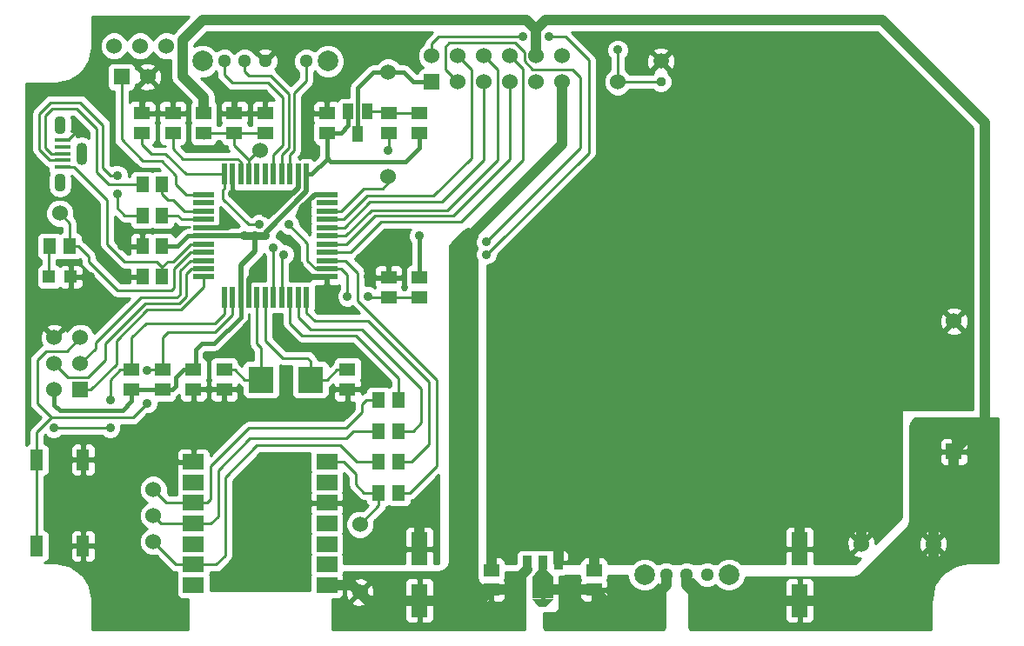
<source format=gtl>
%FSLAX34Y34*%
G04 Gerber Fmt 3.4, Leading zero omitted, Abs format*
G04 (created by PCBNEW (2014-jan-25)-product) date Sat 06 Jun 2015 15:54:02 BST*
%MOIN*%
G01*
G70*
G90*
G04 APERTURE LIST*
%ADD10C,0.005906*%
%ADD11R,0.060000X0.060000*%
%ADD12C,0.060000*%
%ADD13R,0.062992X0.125984*%
%ADD14R,0.059100X0.051200*%
%ADD15R,0.051200X0.059100*%
%ADD16R,0.047200X0.047200*%
%ADD17R,0.078740X0.059055*%
%ADD18R,0.039400X0.059100*%
%ADD19C,0.051200*%
%ADD20C,0.078700*%
%ADD21R,0.047200X0.078700*%
%ADD22C,0.059055*%
%ADD23C,0.037402*%
%ADD24R,0.035400X0.055100*%
%ADD25R,0.078700X0.082700*%
%ADD26R,0.019700X0.078700*%
%ADD27R,0.078700X0.019700*%
%ADD28O,0.043300X0.070900*%
%ADD29O,0.043300X0.086600*%
%ADD30R,0.059100X0.017700*%
%ADD31R,0.094500X0.102400*%
%ADD32C,0.035000*%
%ADD33C,0.015000*%
%ADD34C,0.040315*%
%ADD35C,0.020157*%
%ADD36C,0.030000*%
%ADD37C,0.010000*%
G04 APERTURE END LIST*
G54D10*
G54D11*
X45669Y-53543D03*
G54D12*
X45669Y-48543D03*
G54D13*
X39763Y-57283D03*
X39763Y-59251D03*
G54D14*
X31889Y-58839D03*
X31889Y-58089D03*
X27952Y-58839D03*
X27952Y-58089D03*
X19291Y-41319D03*
X19291Y-40569D03*
X15748Y-41319D03*
X15748Y-40569D03*
G54D15*
X15335Y-46850D03*
X14585Y-46850D03*
X15335Y-45669D03*
X14585Y-45669D03*
G54D14*
X21653Y-41319D03*
X21653Y-40569D03*
X16535Y-50412D03*
X16535Y-51162D03*
X22440Y-51162D03*
X22440Y-50412D03*
X14566Y-41319D03*
X14566Y-40569D03*
X17716Y-51162D03*
X17716Y-50412D03*
X24015Y-47619D03*
X24015Y-46869D03*
G54D16*
X11004Y-46850D03*
X11830Y-46850D03*
G54D11*
X12204Y-51181D03*
G54D12*
X11204Y-51181D03*
X12204Y-50181D03*
X11204Y-50181D03*
X12204Y-49181D03*
X11204Y-49181D03*
G54D11*
X13779Y-39173D03*
G54D12*
X14779Y-39173D03*
G54D14*
X25196Y-46869D03*
X25196Y-47619D03*
G54D17*
X16535Y-53937D03*
X16535Y-54724D03*
X16535Y-55511D03*
X16535Y-56299D03*
X16535Y-57086D03*
X16535Y-57874D03*
X16535Y-58661D03*
X21653Y-58661D03*
X21653Y-57874D03*
X21653Y-57086D03*
X21653Y-56299D03*
X21653Y-55511D03*
X21653Y-54724D03*
X21653Y-53937D03*
G54D12*
X44881Y-57086D03*
X42125Y-57086D03*
X15000Y-57000D03*
X15000Y-55000D03*
X15000Y-56000D03*
X13500Y-38000D03*
X14500Y-38000D03*
X15500Y-38000D03*
X22913Y-56338D03*
X22913Y-58937D03*
X19094Y-42007D03*
X11417Y-44409D03*
X24000Y-43000D03*
X24000Y-39000D03*
X32795Y-39370D03*
G54D11*
X25665Y-39370D03*
G54D12*
X25665Y-38370D03*
X26665Y-39370D03*
X26665Y-38370D03*
X27665Y-39370D03*
X27665Y-38370D03*
X28665Y-38370D03*
X28665Y-39370D03*
X29665Y-38370D03*
X29665Y-39370D03*
X30665Y-38370D03*
X30665Y-39370D03*
G54D18*
X22834Y-41377D03*
X23208Y-40511D03*
X22460Y-40511D03*
G54D14*
X16929Y-40569D03*
X16929Y-41319D03*
X18110Y-41319D03*
X18110Y-40569D03*
X15354Y-50412D03*
X15354Y-51162D03*
G54D15*
X14585Y-44488D03*
X15335Y-44488D03*
X14585Y-43307D03*
X15335Y-43307D03*
X11792Y-45669D03*
X11042Y-45669D03*
G54D14*
X24015Y-41319D03*
X24015Y-40569D03*
X25196Y-40569D03*
X25196Y-41319D03*
G54D15*
X24390Y-51574D03*
X23640Y-51574D03*
X24390Y-52755D03*
X23640Y-52755D03*
X24390Y-55118D03*
X23640Y-55118D03*
X24390Y-53937D03*
X23640Y-53937D03*
G54D14*
X14173Y-50412D03*
X14173Y-51162D03*
G54D19*
X36220Y-58267D03*
X35433Y-58267D03*
X34645Y-58267D03*
G54D20*
X37047Y-58267D03*
X33818Y-58267D03*
G54D19*
X20866Y-38582D03*
X19291Y-38582D03*
X18503Y-38582D03*
G54D20*
X21693Y-38582D03*
X16889Y-38582D03*
G54D19*
X17716Y-38582D03*
G54D21*
X10531Y-57165D03*
X10531Y-53857D03*
X12303Y-57165D03*
X12303Y-53857D03*
G54D22*
X34448Y-38582D03*
G54D23*
X34448Y-39370D03*
G54D24*
X29921Y-57814D03*
X30512Y-57814D03*
X29330Y-57814D03*
G54D10*
G36*
X30076Y-58051D02*
X30316Y-58366D01*
X29525Y-58366D01*
X29765Y-58051D01*
X30076Y-58051D01*
X30076Y-58051D01*
G37*
G54D25*
X29921Y-58775D03*
G54D10*
G36*
X30316Y-59185D02*
X30076Y-59500D01*
X29765Y-59500D01*
X29525Y-59185D01*
X30316Y-59185D01*
X30316Y-59185D01*
G37*
G54D26*
X19291Y-42913D03*
X19291Y-47637D03*
G54D27*
X16929Y-45275D03*
X21653Y-45275D03*
X16929Y-44960D03*
X16929Y-44645D03*
X16929Y-44330D03*
X16929Y-44015D03*
X16929Y-43700D03*
X16929Y-45590D03*
X16929Y-45905D03*
X16929Y-46220D03*
X16929Y-46535D03*
X16929Y-46850D03*
X21653Y-44960D03*
X21653Y-44645D03*
X21653Y-44330D03*
X21653Y-44015D03*
X21653Y-43700D03*
X21653Y-45590D03*
X21653Y-45905D03*
X21653Y-46220D03*
X21653Y-46535D03*
X21653Y-46850D03*
G54D26*
X19606Y-42913D03*
X19921Y-42913D03*
X20236Y-42913D03*
X20551Y-42913D03*
X20866Y-42913D03*
X18976Y-42913D03*
X18661Y-42913D03*
X18346Y-42913D03*
X18031Y-42913D03*
X17716Y-42913D03*
X19606Y-47637D03*
X19921Y-47637D03*
X20236Y-47637D03*
X20551Y-47637D03*
X20866Y-47637D03*
X18976Y-47637D03*
X18661Y-47637D03*
X18346Y-47637D03*
X18031Y-47637D03*
X17716Y-47637D03*
G54D28*
X11417Y-43227D03*
X11417Y-41023D03*
G54D29*
X12263Y-42125D03*
G54D30*
X11515Y-42125D03*
X11515Y-42381D03*
X11515Y-42637D03*
X11515Y-41869D03*
X11515Y-41613D03*
G54D31*
X19133Y-50787D03*
X21023Y-50787D03*
G54D13*
X25196Y-57283D03*
X25196Y-59251D03*
G54D32*
X25196Y-45275D03*
X27559Y-44881D03*
X19291Y-45275D03*
X18503Y-45275D03*
X18897Y-45275D03*
X27165Y-45275D03*
X13622Y-43661D03*
X13622Y-42952D03*
X42125Y-55708D03*
X23228Y-46850D03*
X21653Y-39921D03*
X12165Y-41181D03*
X15354Y-53937D03*
X13031Y-53858D03*
X12598Y-46850D03*
X14566Y-39921D03*
X15748Y-39921D03*
X19291Y-39921D03*
X18110Y-39921D03*
X20669Y-44409D03*
X19291Y-44409D03*
X18031Y-43661D03*
X18031Y-44803D03*
X19173Y-46417D03*
X20590Y-46417D03*
X13779Y-45669D03*
X13779Y-46850D03*
X16535Y-51968D03*
X22440Y-51968D03*
X17716Y-51968D03*
X22834Y-55511D03*
X39763Y-55708D03*
X25196Y-55708D03*
X31889Y-57086D03*
X27952Y-57086D03*
X30511Y-57086D03*
X19606Y-45748D03*
X27755Y-45511D03*
X27755Y-45984D03*
X20000Y-45984D03*
X30157Y-37637D03*
X29173Y-37637D03*
X24000Y-42000D03*
X32795Y-38149D03*
X11181Y-52637D03*
X13346Y-52637D03*
X13346Y-51574D03*
X22440Y-47598D03*
X23228Y-47598D03*
X19055Y-44842D03*
X20196Y-44842D03*
X14763Y-50433D03*
X14763Y-51692D03*
G54D33*
X25196Y-46869D02*
X25196Y-45275D01*
X25196Y-41319D02*
X25196Y-41889D01*
X25196Y-41889D02*
X24645Y-42440D01*
X24645Y-42440D02*
X21811Y-42440D01*
X21811Y-42440D02*
X21653Y-42283D01*
X21653Y-42283D02*
X21653Y-41319D01*
X21653Y-41319D02*
X22184Y-41319D01*
X22460Y-41043D02*
X22460Y-40511D01*
X22184Y-41319D02*
X22460Y-41043D01*
G54D34*
X21653Y-58661D02*
X22637Y-58661D01*
G54D35*
X22637Y-58661D02*
X22913Y-58937D01*
G54D33*
X14173Y-51162D02*
X14173Y-51614D01*
X11204Y-51755D02*
X11204Y-51181D01*
X11417Y-51968D02*
X11204Y-51755D01*
X13818Y-51968D02*
X11417Y-51968D01*
X14173Y-51614D02*
X13818Y-51968D01*
G54D34*
X27165Y-45275D02*
X27165Y-58464D01*
X27540Y-58839D02*
X27165Y-58464D01*
X27952Y-58839D02*
X27540Y-58839D01*
X30665Y-41775D02*
X27559Y-44881D01*
X30665Y-41775D02*
X30665Y-39370D01*
X27559Y-44881D02*
X27165Y-45275D01*
G54D35*
X18346Y-47637D02*
X18346Y-46417D01*
X18897Y-45866D02*
X18897Y-45275D01*
X18346Y-46417D02*
X18897Y-45866D01*
G54D36*
X18897Y-45275D02*
X18503Y-45275D01*
G54D35*
X16929Y-45275D02*
X18503Y-45275D01*
G54D36*
X18897Y-45275D02*
X19291Y-45275D01*
G54D35*
X20866Y-42913D02*
X20866Y-43582D01*
X19291Y-45157D02*
X19291Y-45275D01*
X20866Y-43582D02*
X19291Y-45157D01*
G54D34*
X27952Y-58839D02*
X28562Y-58839D01*
X28562Y-58839D02*
X29330Y-58071D01*
G54D35*
X29330Y-58071D02*
X29330Y-57814D01*
G54D34*
X25196Y-59251D02*
X23228Y-59251D01*
X23228Y-59251D02*
X22637Y-58661D01*
G54D33*
X16535Y-50412D02*
X16162Y-50412D01*
X15727Y-51162D02*
X15354Y-51162D01*
X15866Y-51023D02*
X15727Y-51162D01*
X15866Y-50708D02*
X15866Y-51023D01*
X16162Y-50412D02*
X15866Y-50708D01*
X14173Y-51162D02*
X15354Y-51162D01*
X18346Y-47637D02*
X18346Y-48385D01*
X16614Y-49645D02*
X16614Y-50157D01*
X16850Y-49409D02*
X16614Y-49645D01*
X17322Y-49409D02*
X16850Y-49409D01*
X18346Y-48385D02*
X17322Y-49409D01*
X16614Y-50157D02*
X16535Y-50412D01*
X21653Y-41319D02*
X21653Y-42322D01*
X21062Y-42913D02*
X20866Y-42913D01*
X21653Y-42322D02*
X21062Y-42913D01*
X16929Y-45275D02*
X16338Y-45275D01*
X15944Y-45669D02*
X15335Y-45669D01*
X16338Y-45275D02*
X15944Y-45669D01*
G54D34*
X25196Y-59251D02*
X27540Y-59251D01*
X27540Y-59251D02*
X27952Y-58839D01*
G54D37*
X11515Y-42637D02*
X11968Y-42637D01*
X15120Y-46259D02*
X15335Y-46475D01*
X13897Y-46259D02*
X15120Y-46259D01*
X13228Y-45590D02*
X13897Y-46259D01*
X13228Y-43897D02*
X13228Y-45590D01*
X11968Y-42637D02*
X13228Y-43897D01*
X15335Y-46475D02*
X15335Y-46850D01*
X16929Y-45590D02*
X16417Y-45590D01*
X15551Y-46259D02*
X15335Y-46475D01*
X15748Y-46259D02*
X15551Y-46259D01*
X16417Y-45590D02*
X15748Y-46259D01*
X28665Y-39370D02*
X28665Y-42334D01*
X22409Y-45590D02*
X21653Y-45590D01*
X23500Y-44500D02*
X22409Y-45590D01*
X26500Y-44500D02*
X23500Y-44500D01*
X28665Y-42334D02*
X26500Y-44500D01*
X21653Y-45905D02*
X22558Y-45905D01*
X29173Y-38877D02*
X28665Y-38370D01*
X29173Y-42362D02*
X29173Y-38877D01*
X26811Y-44724D02*
X29173Y-42362D01*
X23740Y-44724D02*
X26811Y-44724D01*
X22558Y-45905D02*
X23740Y-44724D01*
X28188Y-42362D02*
X28188Y-38893D01*
X28188Y-38893D02*
X27665Y-38370D01*
X27665Y-38370D02*
X27700Y-38370D01*
X28188Y-42362D02*
X26259Y-44291D01*
X26259Y-44291D02*
X23346Y-44291D01*
X23346Y-44291D02*
X22362Y-45275D01*
X22362Y-45275D02*
X21653Y-45275D01*
X21653Y-44960D02*
X22322Y-44960D01*
X27665Y-42374D02*
X27665Y-39370D01*
X26062Y-43976D02*
X27665Y-42374D01*
X23307Y-43976D02*
X26062Y-43976D01*
X22322Y-44960D02*
X23307Y-43976D01*
X18661Y-42913D02*
X18661Y-42362D01*
X18661Y-42362D02*
X19015Y-42007D01*
X19015Y-42007D02*
X19094Y-42007D01*
X18661Y-42913D02*
X18661Y-42362D01*
X18110Y-41811D02*
X18110Y-41319D01*
X18661Y-42362D02*
X18110Y-41811D01*
X18110Y-41319D02*
X16929Y-41319D01*
X18110Y-41319D02*
X19291Y-41319D01*
X16929Y-41535D02*
X16929Y-41319D01*
X13622Y-42952D02*
X13346Y-42952D01*
X13897Y-44488D02*
X13622Y-44212D01*
X13622Y-43661D02*
X13622Y-44212D01*
X13070Y-41023D02*
X13070Y-42677D01*
X11515Y-42381D02*
X11043Y-42381D01*
X12204Y-40157D02*
X13070Y-41023D01*
X11062Y-40157D02*
X12204Y-40157D01*
X10629Y-40590D02*
X11062Y-40157D01*
X10629Y-41968D02*
X10629Y-40590D01*
X11043Y-42381D02*
X10629Y-41968D01*
X13897Y-44488D02*
X14585Y-44488D01*
X13346Y-42952D02*
X13070Y-42677D01*
X14546Y-44448D02*
X14585Y-44488D01*
X12834Y-42834D02*
X12834Y-41181D01*
X13307Y-43307D02*
X12834Y-42834D01*
X14585Y-43307D02*
X13307Y-43307D01*
X11102Y-42125D02*
X10866Y-41889D01*
X10866Y-41889D02*
X10866Y-40669D01*
X10866Y-40669D02*
X11141Y-40393D01*
X11141Y-40393D02*
X12047Y-40393D01*
X12047Y-40393D02*
X12834Y-41181D01*
X11102Y-42125D02*
X11515Y-42125D01*
X16929Y-43700D02*
X16259Y-43700D01*
X13779Y-41574D02*
X13779Y-39173D01*
X14606Y-42401D02*
X13779Y-41574D01*
X15314Y-42401D02*
X14606Y-42401D01*
X15866Y-42952D02*
X15314Y-42401D01*
X15866Y-43307D02*
X15866Y-42952D01*
X16259Y-43700D02*
X15866Y-43307D01*
G54D34*
X42125Y-57086D02*
X42125Y-55708D01*
G54D33*
X24015Y-46869D02*
X23247Y-46869D01*
X23247Y-46869D02*
X23228Y-46850D01*
G54D35*
X21653Y-39921D02*
X21653Y-40569D01*
G54D37*
X11515Y-41613D02*
X11732Y-41613D01*
X11732Y-41613D02*
X12165Y-41181D01*
G54D33*
X15354Y-53937D02*
X16535Y-53937D01*
X12303Y-53857D02*
X13031Y-53857D01*
X13031Y-53857D02*
X13031Y-53858D01*
X12303Y-53857D02*
X12303Y-57165D01*
X11830Y-46850D02*
X12598Y-46850D01*
G54D35*
X14566Y-40569D02*
X14566Y-39921D01*
X15748Y-39921D02*
X15748Y-40569D01*
X18110Y-40569D02*
X18110Y-39921D01*
X19291Y-39921D02*
X19291Y-40569D01*
X21181Y-43700D02*
X20669Y-44212D01*
X20669Y-44212D02*
X20669Y-44409D01*
X21653Y-43700D02*
X21181Y-43700D01*
X20551Y-43431D02*
X19573Y-44409D01*
X19573Y-44409D02*
X19291Y-44409D01*
X20551Y-43431D02*
X20551Y-42913D01*
X16929Y-44960D02*
X17874Y-44960D01*
X18031Y-43661D02*
X18031Y-43700D01*
X18031Y-43661D02*
X18031Y-43661D01*
X17874Y-44960D02*
X18031Y-44803D01*
X18661Y-47637D02*
X18661Y-46929D01*
X18661Y-46929D02*
X19173Y-46417D01*
X21023Y-46850D02*
X21653Y-46850D01*
X20590Y-46417D02*
X21023Y-46850D01*
G54D33*
X14585Y-45669D02*
X13779Y-45669D01*
X13779Y-46850D02*
X14585Y-46850D01*
X18031Y-43700D02*
X18031Y-42913D01*
X16535Y-51162D02*
X16535Y-51968D01*
X22440Y-51968D02*
X22440Y-51162D01*
X17716Y-51162D02*
X17716Y-51968D01*
X21653Y-55511D02*
X22834Y-55511D01*
G54D34*
X39763Y-57283D02*
X39763Y-55708D01*
X25196Y-57283D02*
X25196Y-55708D01*
G54D33*
X39566Y-57086D02*
X39763Y-57283D01*
X25393Y-57086D02*
X25196Y-57283D01*
G54D34*
X31889Y-58089D02*
X31889Y-57086D01*
X27952Y-58089D02*
X27952Y-57086D01*
X30512Y-57087D02*
X30512Y-57814D01*
X30511Y-57086D02*
X30512Y-57087D01*
G54D37*
X19606Y-45748D02*
X19606Y-45748D01*
X19606Y-45748D02*
X19606Y-47637D01*
X31377Y-41889D02*
X27755Y-45511D01*
X31377Y-39212D02*
X31377Y-41889D01*
X31062Y-38897D02*
X31377Y-39212D01*
X29527Y-38897D02*
X31062Y-38897D01*
X29212Y-38582D02*
X29527Y-38897D01*
X29212Y-38228D02*
X29212Y-38582D01*
X28858Y-37874D02*
X29212Y-38228D01*
X26338Y-37874D02*
X28858Y-37874D01*
X26181Y-38031D02*
X26338Y-37874D01*
X26181Y-38897D02*
X26181Y-38031D01*
X26653Y-39370D02*
X26181Y-38897D01*
X26665Y-39370D02*
X26653Y-39370D01*
X25944Y-37637D02*
X29173Y-37637D01*
X25665Y-37917D02*
X25944Y-37637D01*
X28031Y-45748D02*
X27755Y-45984D01*
X20000Y-45984D02*
X19921Y-46062D01*
X19921Y-46062D02*
X19921Y-47637D01*
X25665Y-38370D02*
X25665Y-37917D01*
X31692Y-42086D02*
X28031Y-45748D01*
X31692Y-38543D02*
X31692Y-42086D01*
X30787Y-37637D02*
X31692Y-38543D01*
X30157Y-37637D02*
X30787Y-37637D01*
X27181Y-42303D02*
X27181Y-38886D01*
X27181Y-38886D02*
X26665Y-38370D01*
X26665Y-38370D02*
X26665Y-38397D01*
X27181Y-42303D02*
X25744Y-43740D01*
X25744Y-43740D02*
X23188Y-43740D01*
X23188Y-43740D02*
X22283Y-44645D01*
X22283Y-44645D02*
X21653Y-44645D01*
X24000Y-43000D02*
X24000Y-43244D01*
X24000Y-43244D02*
X23779Y-43464D01*
X22204Y-44330D02*
X21653Y-44330D01*
X23070Y-43464D02*
X22204Y-44330D01*
X23779Y-43464D02*
X23070Y-43464D01*
X24015Y-41319D02*
X24015Y-41984D01*
X24015Y-41984D02*
X24000Y-42000D01*
X24015Y-41319D02*
X24015Y-41496D01*
G54D33*
X24000Y-39000D02*
X24590Y-39000D01*
X24960Y-39370D02*
X25665Y-39370D01*
X24590Y-39000D02*
X24960Y-39370D01*
X22834Y-41377D02*
X22834Y-39606D01*
X22834Y-39606D02*
X23440Y-39000D01*
X23440Y-39000D02*
X24000Y-39000D01*
G54D37*
X23834Y-39000D02*
X24000Y-39000D01*
X23996Y-38996D02*
X24000Y-39000D01*
X25665Y-39370D02*
X25665Y-39374D01*
X32795Y-39370D02*
X34448Y-39370D01*
X14173Y-50412D02*
X13721Y-50412D01*
X32795Y-38149D02*
X32795Y-39370D01*
X13346Y-52637D02*
X11181Y-52637D01*
X13346Y-50787D02*
X13346Y-51574D01*
X13721Y-50412D02*
X13346Y-50787D01*
X17716Y-47637D02*
X17716Y-48267D01*
X14173Y-49173D02*
X14173Y-50412D01*
X14724Y-48622D02*
X14173Y-49173D01*
X17362Y-48622D02*
X14724Y-48622D01*
X17716Y-48267D02*
X17362Y-48622D01*
X16062Y-48110D02*
X16929Y-47243D01*
X16929Y-47243D02*
X16929Y-46850D01*
X12598Y-51181D02*
X13582Y-50196D01*
X13582Y-50196D02*
X13582Y-49291D01*
X13582Y-49291D02*
X14763Y-48110D01*
X14763Y-48110D02*
X16062Y-48110D01*
X12204Y-51181D02*
X12598Y-51181D01*
X16929Y-46535D02*
X16456Y-46535D01*
X11732Y-50708D02*
X11204Y-50181D01*
X12480Y-50708D02*
X11732Y-50708D01*
X13149Y-50039D02*
X12480Y-50708D01*
X13149Y-49409D02*
X13149Y-50039D01*
X14685Y-47874D02*
X13149Y-49409D01*
X15984Y-47874D02*
X14685Y-47874D01*
X16259Y-47598D02*
X15984Y-47874D01*
X16259Y-46732D02*
X16259Y-47598D01*
X16456Y-46535D02*
X16259Y-46732D01*
X23640Y-55118D02*
X23640Y-55611D01*
X23640Y-55611D02*
X22913Y-56338D01*
X23640Y-55118D02*
X23070Y-55118D01*
X22283Y-53937D02*
X21653Y-53937D01*
X22755Y-54409D02*
X22283Y-53937D01*
X22755Y-54803D02*
X22755Y-54409D01*
X23070Y-55118D02*
X22755Y-54803D01*
X16535Y-57874D02*
X15874Y-57874D01*
X15874Y-57874D02*
X15000Y-57000D01*
X23640Y-53937D02*
X22795Y-53937D01*
X17401Y-57874D02*
X16535Y-57874D01*
X17755Y-57519D02*
X17401Y-57874D01*
X17755Y-54527D02*
X17755Y-57519D01*
X18976Y-53307D02*
X17755Y-54527D01*
X22165Y-53307D02*
X18976Y-53307D01*
X22795Y-53937D02*
X22165Y-53307D01*
X16535Y-56299D02*
X15299Y-56299D01*
X15299Y-56299D02*
X15000Y-56000D01*
X23640Y-52755D02*
X22677Y-52755D01*
X17204Y-56299D02*
X16535Y-56299D01*
X17480Y-56023D02*
X17204Y-56299D01*
X17480Y-54251D02*
X17480Y-56023D01*
X18700Y-53031D02*
X17480Y-54251D01*
X22401Y-53031D02*
X18700Y-53031D01*
X22677Y-52755D02*
X22401Y-53031D01*
X16535Y-55511D02*
X15511Y-55511D01*
X15511Y-55511D02*
X15000Y-55000D01*
X16535Y-55511D02*
X17047Y-55511D01*
X23149Y-51574D02*
X23640Y-51574D01*
X22992Y-51732D02*
X23149Y-51574D01*
X22992Y-52047D02*
X22992Y-51732D01*
X22401Y-52637D02*
X22992Y-52047D01*
X18661Y-52637D02*
X22401Y-52637D01*
X17204Y-54094D02*
X18661Y-52637D01*
X17204Y-55354D02*
X17204Y-54094D01*
X17047Y-55511D02*
X17204Y-55354D01*
X18346Y-42913D02*
X18346Y-42440D01*
X15748Y-41929D02*
X15748Y-41319D01*
X16141Y-42322D02*
X15748Y-41929D01*
X18228Y-42322D02*
X16141Y-42322D01*
X18346Y-42440D02*
X18228Y-42322D01*
X15766Y-41338D02*
X15748Y-41319D01*
X21023Y-50787D02*
X21023Y-50078D01*
X19291Y-49291D02*
X19291Y-47637D01*
X19960Y-49960D02*
X19291Y-49291D01*
X20905Y-49960D02*
X19960Y-49960D01*
X21023Y-50078D02*
X20905Y-49960D01*
X21023Y-50787D02*
X21653Y-50787D01*
X22028Y-50412D02*
X22440Y-50412D01*
X21653Y-50787D02*
X22028Y-50412D01*
X24015Y-47619D02*
X23249Y-47619D01*
X22204Y-46535D02*
X21653Y-46535D01*
X22440Y-46771D02*
X22204Y-46535D01*
X22440Y-47598D02*
X22440Y-46771D01*
X23249Y-47619D02*
X23228Y-47598D01*
X25196Y-47619D02*
X24015Y-47619D01*
X17716Y-42913D02*
X17716Y-43464D01*
X17716Y-43464D02*
X17677Y-43503D01*
X17677Y-43503D02*
X17677Y-43858D01*
X17677Y-43858D02*
X18661Y-44842D01*
X18661Y-44842D02*
X19055Y-44842D01*
X20196Y-44842D02*
X20905Y-45551D01*
X20905Y-45551D02*
X20905Y-46220D01*
X20905Y-46220D02*
X21220Y-46535D01*
X21220Y-46535D02*
X21653Y-46535D01*
X17716Y-42913D02*
X16260Y-42913D01*
X14566Y-41771D02*
X14566Y-41319D01*
X14921Y-42125D02*
X14566Y-41771D01*
X15472Y-42125D02*
X14921Y-42125D01*
X16260Y-42913D02*
X15472Y-42125D01*
X14566Y-41319D02*
X14566Y-41535D01*
X18976Y-47637D02*
X18976Y-49409D01*
X19133Y-49566D02*
X19133Y-50787D01*
X18976Y-49409D02*
X19133Y-49566D01*
X19133Y-50787D02*
X18503Y-50787D01*
X18128Y-50412D02*
X17716Y-50412D01*
X18503Y-50787D02*
X18128Y-50412D01*
X11004Y-45707D02*
X11042Y-45669D01*
X11004Y-46850D02*
X11004Y-45707D01*
X15335Y-44488D02*
X15944Y-44488D01*
X16102Y-44645D02*
X16929Y-44645D01*
X15944Y-44488D02*
X16102Y-44645D01*
X16929Y-44330D02*
X16180Y-44330D01*
X15335Y-43682D02*
X15335Y-43307D01*
X15551Y-43897D02*
X15335Y-43682D01*
X15748Y-43897D02*
X15551Y-43897D01*
X16180Y-44330D02*
X15748Y-43897D01*
X24015Y-40569D02*
X25196Y-40569D01*
X23208Y-40511D02*
X23957Y-40511D01*
X23957Y-40511D02*
X24015Y-40569D01*
X23266Y-40569D02*
X23208Y-40511D01*
X25039Y-40412D02*
X25196Y-40569D01*
X23208Y-40511D02*
X23209Y-40511D01*
G54D34*
X46850Y-52362D02*
X46850Y-40944D01*
X42913Y-37007D02*
X46850Y-40944D01*
X42913Y-37007D02*
X30039Y-37007D01*
X29665Y-37381D02*
X30039Y-37007D01*
X46850Y-52362D02*
X45669Y-53543D01*
X44881Y-57086D02*
X44881Y-56102D01*
X44881Y-56102D02*
X45669Y-55314D01*
X45669Y-55314D02*
X45669Y-53543D01*
X39763Y-59251D02*
X43700Y-59251D01*
X44881Y-58070D02*
X44881Y-57086D01*
X43700Y-59251D02*
X44881Y-58070D01*
X16889Y-37007D02*
X29291Y-37007D01*
X29291Y-37007D02*
X29665Y-37381D01*
X16125Y-39157D02*
X16929Y-39960D01*
X16929Y-40569D02*
X16929Y-39960D01*
X16889Y-37007D02*
X16125Y-37771D01*
X16125Y-37771D02*
X16125Y-39157D01*
X29665Y-37381D02*
X29665Y-38370D01*
X39763Y-59251D02*
X36023Y-59251D01*
X36023Y-59251D02*
X35433Y-58661D01*
X35433Y-58661D02*
X35433Y-58267D01*
G54D33*
X29921Y-58775D02*
X29921Y-59342D01*
X29921Y-58208D02*
X29921Y-58775D01*
X29921Y-57814D02*
X29921Y-58208D01*
G54D34*
X31889Y-58839D02*
X29985Y-58839D01*
G54D33*
X29985Y-58839D02*
X29921Y-58775D01*
G54D34*
X34645Y-58267D02*
X34645Y-58662D01*
X34645Y-58662D02*
X34055Y-59251D01*
X34055Y-59251D02*
X32302Y-59251D01*
X32302Y-59251D02*
X31889Y-58839D01*
G54D33*
X29938Y-58823D02*
X29874Y-58759D01*
G54D37*
X16929Y-46220D02*
X16417Y-46220D01*
X12795Y-49590D02*
X12204Y-50181D01*
X12795Y-49370D02*
X12795Y-49590D01*
X14527Y-47637D02*
X12795Y-49370D01*
X15905Y-47637D02*
X14527Y-47637D01*
X16023Y-47519D02*
X15905Y-47637D01*
X16023Y-46614D02*
X16023Y-47519D01*
X16417Y-46220D02*
X16023Y-46614D01*
X12204Y-49181D02*
X11700Y-49685D01*
X10531Y-53857D02*
X10531Y-52815D01*
X10531Y-52815D02*
X11102Y-52244D01*
X15354Y-50412D02*
X14784Y-50412D01*
X14784Y-50412D02*
X14763Y-50433D01*
X14763Y-51692D02*
X14212Y-52244D01*
X14212Y-52244D02*
X11102Y-52244D01*
X11102Y-52244D02*
X10551Y-51692D01*
X10551Y-51692D02*
X10551Y-50039D01*
X10551Y-50039D02*
X10905Y-49685D01*
X10905Y-49685D02*
X11700Y-49685D01*
X18031Y-47637D02*
X18031Y-48307D01*
X15354Y-49173D02*
X15354Y-50412D01*
X15551Y-48976D02*
X15354Y-49173D01*
X17362Y-48976D02*
X15551Y-48976D01*
X18031Y-48307D02*
X17362Y-48976D01*
X10531Y-57165D02*
X10531Y-53857D01*
X20236Y-42913D02*
X20236Y-42165D01*
X20866Y-39330D02*
X20866Y-38582D01*
X20396Y-39799D02*
X20866Y-39330D01*
X20396Y-42004D02*
X20396Y-39799D01*
X20236Y-42165D02*
X20396Y-42004D01*
X19921Y-42913D02*
X19921Y-42165D01*
X18503Y-38975D02*
X18503Y-38582D01*
X18661Y-39133D02*
X18503Y-38975D01*
X19488Y-39133D02*
X18661Y-39133D01*
X20196Y-39842D02*
X19488Y-39133D01*
X20196Y-41889D02*
X20196Y-39842D01*
X19921Y-42165D02*
X20196Y-41889D01*
X19606Y-42913D02*
X19606Y-42165D01*
X17716Y-39094D02*
X17716Y-38582D01*
X18031Y-39409D02*
X17716Y-39094D01*
X19409Y-39409D02*
X18031Y-39409D01*
X19960Y-39960D02*
X19409Y-39409D01*
X19960Y-41811D02*
X19960Y-39960D01*
X19606Y-42165D02*
X19960Y-41811D01*
X11792Y-45669D02*
X11792Y-44784D01*
X11792Y-44784D02*
X11417Y-44409D01*
X16929Y-45905D02*
X16417Y-45905D01*
X12125Y-45669D02*
X11792Y-45669D01*
X12519Y-46062D02*
X12125Y-45669D01*
X12519Y-46259D02*
X12519Y-46062D01*
X13622Y-47362D02*
X12519Y-46259D01*
X15708Y-47362D02*
X13622Y-47362D01*
X15787Y-47283D02*
X15708Y-47362D01*
X15787Y-46535D02*
X15787Y-47283D01*
X16417Y-45905D02*
X15787Y-46535D01*
X24390Y-51574D02*
X24390Y-50729D01*
X20236Y-48622D02*
X20236Y-47637D01*
X20708Y-49094D02*
X20236Y-48622D01*
X22755Y-49094D02*
X20708Y-49094D01*
X24390Y-50729D02*
X22755Y-49094D01*
X20551Y-47637D02*
X20551Y-48385D01*
X24960Y-52755D02*
X24390Y-52755D01*
X25275Y-52440D02*
X24960Y-52755D01*
X25275Y-51141D02*
X25275Y-52440D01*
X22992Y-48858D02*
X25275Y-51141D01*
X21023Y-48858D02*
X22992Y-48858D01*
X20551Y-48385D02*
X21023Y-48858D01*
X25866Y-54094D02*
X25866Y-50787D01*
X24390Y-55118D02*
X24842Y-55118D01*
X24842Y-55118D02*
X25866Y-54094D01*
X22362Y-46220D02*
X21653Y-46220D01*
X22834Y-46692D02*
X22362Y-46220D01*
X22834Y-47755D02*
X22834Y-46692D01*
X25866Y-50787D02*
X22834Y-47755D01*
X24390Y-53937D02*
X24881Y-53937D01*
X20866Y-48228D02*
X20866Y-47637D01*
X21181Y-48543D02*
X20866Y-48228D01*
X23228Y-48543D02*
X21181Y-48543D01*
X25551Y-50866D02*
X23228Y-48543D01*
X25551Y-53267D02*
X25551Y-50866D01*
X24881Y-53937D02*
X25551Y-53267D01*
G54D10*
G36*
X34595Y-60231D02*
X34570Y-60360D01*
X32435Y-60360D01*
X32435Y-59145D01*
X32435Y-58952D01*
X32372Y-58889D01*
X31939Y-58889D01*
X31939Y-59283D01*
X32002Y-59345D01*
X32135Y-59345D01*
X32234Y-59345D01*
X32326Y-59307D01*
X32397Y-59237D01*
X32435Y-59145D01*
X32435Y-60360D01*
X31839Y-60360D01*
X31839Y-59283D01*
X31839Y-58889D01*
X31406Y-58889D01*
X31344Y-58952D01*
X31344Y-59145D01*
X31382Y-59237D01*
X31452Y-59307D01*
X31544Y-59345D01*
X31643Y-59345D01*
X31777Y-59345D01*
X31839Y-59283D01*
X31839Y-60360D01*
X29996Y-60360D01*
X29971Y-60231D01*
X29971Y-59750D01*
X29971Y-59750D01*
X30366Y-59750D01*
X30458Y-59712D01*
X30528Y-59641D01*
X30566Y-59549D01*
X30566Y-59450D01*
X30566Y-59135D01*
X30564Y-59130D01*
X30564Y-58888D01*
X30502Y-58825D01*
X29971Y-58825D01*
X29971Y-58725D01*
X30502Y-58725D01*
X30564Y-58663D01*
X30564Y-58420D01*
X30566Y-58415D01*
X30566Y-58340D01*
X30738Y-58340D01*
X30792Y-58317D01*
X31344Y-58317D01*
X31344Y-58395D01*
X31372Y-58464D01*
X31344Y-58533D01*
X31344Y-58727D01*
X31406Y-58789D01*
X31839Y-58789D01*
X31839Y-58781D01*
X31939Y-58781D01*
X31939Y-58789D01*
X32372Y-58789D01*
X32435Y-58727D01*
X32435Y-58533D01*
X32406Y-58464D01*
X32435Y-58395D01*
X32435Y-58317D01*
X33174Y-58317D01*
X33174Y-58395D01*
X33272Y-58631D01*
X33453Y-58812D01*
X33689Y-58911D01*
X33945Y-58911D01*
X34182Y-58813D01*
X34363Y-58632D01*
X34364Y-58630D01*
X34383Y-58712D01*
X34573Y-58778D01*
X34595Y-58777D01*
X34595Y-60231D01*
X34595Y-60231D01*
G37*
G54D37*
X34595Y-60231D02*
X34570Y-60360D01*
X32435Y-60360D01*
X32435Y-59145D01*
X32435Y-58952D01*
X32372Y-58889D01*
X31939Y-58889D01*
X31939Y-59283D01*
X32002Y-59345D01*
X32135Y-59345D01*
X32234Y-59345D01*
X32326Y-59307D01*
X32397Y-59237D01*
X32435Y-59145D01*
X32435Y-60360D01*
X31839Y-60360D01*
X31839Y-59283D01*
X31839Y-58889D01*
X31406Y-58889D01*
X31344Y-58952D01*
X31344Y-59145D01*
X31382Y-59237D01*
X31452Y-59307D01*
X31544Y-59345D01*
X31643Y-59345D01*
X31777Y-59345D01*
X31839Y-59283D01*
X31839Y-60360D01*
X29996Y-60360D01*
X29971Y-60231D01*
X29971Y-59750D01*
X29971Y-59750D01*
X30366Y-59750D01*
X30458Y-59712D01*
X30528Y-59641D01*
X30566Y-59549D01*
X30566Y-59450D01*
X30566Y-59135D01*
X30564Y-59130D01*
X30564Y-58888D01*
X30502Y-58825D01*
X29971Y-58825D01*
X29971Y-58725D01*
X30502Y-58725D01*
X30564Y-58663D01*
X30564Y-58420D01*
X30566Y-58415D01*
X30566Y-58340D01*
X30738Y-58340D01*
X30792Y-58317D01*
X31344Y-58317D01*
X31344Y-58395D01*
X31372Y-58464D01*
X31344Y-58533D01*
X31344Y-58727D01*
X31406Y-58789D01*
X31839Y-58789D01*
X31839Y-58781D01*
X31939Y-58781D01*
X31939Y-58789D01*
X32372Y-58789D01*
X32435Y-58727D01*
X32435Y-58533D01*
X32406Y-58464D01*
X32435Y-58395D01*
X32435Y-58317D01*
X33174Y-58317D01*
X33174Y-58395D01*
X33272Y-58631D01*
X33453Y-58812D01*
X33689Y-58911D01*
X33945Y-58911D01*
X34182Y-58813D01*
X34363Y-58632D01*
X34364Y-58630D01*
X34383Y-58712D01*
X34573Y-58778D01*
X34595Y-58777D01*
X34595Y-60231D01*
G54D10*
G36*
X47368Y-57801D02*
X46259Y-57801D01*
X46233Y-57806D01*
X46219Y-57806D01*
X46219Y-53893D01*
X46219Y-53793D01*
X46219Y-53655D01*
X46219Y-53430D01*
X46219Y-53293D01*
X46219Y-53193D01*
X46181Y-53101D01*
X46110Y-53031D01*
X46019Y-52993D01*
X45781Y-52993D01*
X45719Y-53055D01*
X45719Y-53493D01*
X46156Y-53493D01*
X46219Y-53430D01*
X46219Y-53655D01*
X46156Y-53593D01*
X45719Y-53593D01*
X45719Y-54030D01*
X45781Y-54093D01*
X46019Y-54093D01*
X46110Y-54055D01*
X46181Y-53984D01*
X46219Y-53893D01*
X46219Y-57806D01*
X46207Y-57806D01*
X45755Y-57896D01*
X45686Y-57924D01*
X45658Y-57936D01*
X45619Y-57962D01*
X45619Y-54030D01*
X45619Y-53593D01*
X45619Y-53493D01*
X45619Y-53055D01*
X45556Y-52993D01*
X45319Y-52993D01*
X45227Y-53031D01*
X45157Y-53101D01*
X45119Y-53193D01*
X45119Y-53293D01*
X45119Y-53430D01*
X45181Y-53493D01*
X45619Y-53493D01*
X45619Y-53593D01*
X45181Y-53593D01*
X45119Y-53655D01*
X45119Y-53793D01*
X45119Y-53893D01*
X45157Y-53984D01*
X45227Y-54055D01*
X45319Y-54093D01*
X45556Y-54093D01*
X45619Y-54030D01*
X45619Y-57962D01*
X45436Y-58084D01*
X45436Y-57168D01*
X45425Y-56949D01*
X45363Y-56798D01*
X45267Y-56771D01*
X45197Y-56842D01*
X45197Y-56700D01*
X45169Y-56605D01*
X44963Y-56531D01*
X44745Y-56542D01*
X44594Y-56605D01*
X44566Y-56700D01*
X44881Y-57015D01*
X45197Y-56700D01*
X45197Y-56842D01*
X44952Y-57086D01*
X45267Y-57401D01*
X45363Y-57374D01*
X45436Y-57168D01*
X45436Y-58084D01*
X45274Y-58192D01*
X45237Y-58229D01*
X45200Y-58266D01*
X45197Y-58271D01*
X45197Y-57472D01*
X44881Y-57157D01*
X44811Y-57228D01*
X44811Y-57086D01*
X44495Y-56771D01*
X44400Y-56798D01*
X44327Y-57004D01*
X44338Y-57223D01*
X44400Y-57374D01*
X44495Y-57401D01*
X44811Y-57086D01*
X44811Y-57228D01*
X44566Y-57472D01*
X44594Y-57567D01*
X44800Y-57641D01*
X45018Y-57630D01*
X45169Y-57567D01*
X45197Y-57472D01*
X45197Y-58271D01*
X44944Y-58650D01*
X44904Y-58747D01*
X44814Y-59199D01*
X44814Y-59225D01*
X44809Y-59251D01*
X44809Y-60360D01*
X40328Y-60360D01*
X40328Y-59931D01*
X40328Y-59832D01*
X40328Y-59364D01*
X40328Y-59139D01*
X40328Y-58671D01*
X40328Y-58572D01*
X40290Y-58480D01*
X40220Y-58410D01*
X40128Y-58372D01*
X39876Y-58372D01*
X39813Y-58434D01*
X39813Y-59201D01*
X40266Y-59201D01*
X40328Y-59139D01*
X40328Y-59364D01*
X40266Y-59301D01*
X39813Y-59301D01*
X39813Y-60069D01*
X39876Y-60131D01*
X40128Y-60131D01*
X40220Y-60093D01*
X40290Y-60023D01*
X40328Y-59931D01*
X40328Y-60360D01*
X39713Y-60360D01*
X39713Y-60069D01*
X39713Y-59301D01*
X39713Y-59201D01*
X39713Y-58434D01*
X39651Y-58372D01*
X39399Y-58372D01*
X39307Y-58410D01*
X39236Y-58480D01*
X39198Y-58572D01*
X39198Y-58671D01*
X39198Y-59139D01*
X39261Y-59201D01*
X39713Y-59201D01*
X39713Y-59301D01*
X39261Y-59301D01*
X39198Y-59364D01*
X39198Y-59832D01*
X39198Y-59931D01*
X39236Y-60023D01*
X39307Y-60093D01*
X39399Y-60131D01*
X39651Y-60131D01*
X39713Y-60069D01*
X39713Y-60360D01*
X35548Y-60360D01*
X35522Y-60231D01*
X35522Y-58769D01*
X35562Y-58767D01*
X35694Y-58712D01*
X35716Y-58621D01*
X35595Y-58500D01*
X35623Y-58458D01*
X35666Y-58430D01*
X35787Y-58551D01*
X35789Y-58550D01*
X35790Y-58553D01*
X35933Y-58696D01*
X36118Y-58773D01*
X36320Y-58773D01*
X36506Y-58696D01*
X36536Y-58666D01*
X36682Y-58812D01*
X36918Y-58911D01*
X37174Y-58911D01*
X37411Y-58813D01*
X37592Y-58632D01*
X37690Y-58396D01*
X37690Y-58357D01*
X41810Y-58357D01*
X41975Y-58324D01*
X42115Y-58230D01*
X43860Y-56485D01*
X43954Y-56345D01*
X43987Y-56180D01*
X43987Y-52603D01*
X44014Y-52467D01*
X44088Y-52356D01*
X44199Y-52281D01*
X44335Y-52254D01*
X47239Y-52254D01*
X47368Y-52280D01*
X47368Y-57801D01*
X47368Y-57801D01*
G37*
G54D37*
X47368Y-57801D02*
X46259Y-57801D01*
X46233Y-57806D01*
X46219Y-57806D01*
X46219Y-53893D01*
X46219Y-53793D01*
X46219Y-53655D01*
X46219Y-53430D01*
X46219Y-53293D01*
X46219Y-53193D01*
X46181Y-53101D01*
X46110Y-53031D01*
X46019Y-52993D01*
X45781Y-52993D01*
X45719Y-53055D01*
X45719Y-53493D01*
X46156Y-53493D01*
X46219Y-53430D01*
X46219Y-53655D01*
X46156Y-53593D01*
X45719Y-53593D01*
X45719Y-54030D01*
X45781Y-54093D01*
X46019Y-54093D01*
X46110Y-54055D01*
X46181Y-53984D01*
X46219Y-53893D01*
X46219Y-57806D01*
X46207Y-57806D01*
X45755Y-57896D01*
X45686Y-57924D01*
X45658Y-57936D01*
X45619Y-57962D01*
X45619Y-54030D01*
X45619Y-53593D01*
X45619Y-53493D01*
X45619Y-53055D01*
X45556Y-52993D01*
X45319Y-52993D01*
X45227Y-53031D01*
X45157Y-53101D01*
X45119Y-53193D01*
X45119Y-53293D01*
X45119Y-53430D01*
X45181Y-53493D01*
X45619Y-53493D01*
X45619Y-53593D01*
X45181Y-53593D01*
X45119Y-53655D01*
X45119Y-53793D01*
X45119Y-53893D01*
X45157Y-53984D01*
X45227Y-54055D01*
X45319Y-54093D01*
X45556Y-54093D01*
X45619Y-54030D01*
X45619Y-57962D01*
X45436Y-58084D01*
X45436Y-57168D01*
X45425Y-56949D01*
X45363Y-56798D01*
X45267Y-56771D01*
X45197Y-56842D01*
X45197Y-56700D01*
X45169Y-56605D01*
X44963Y-56531D01*
X44745Y-56542D01*
X44594Y-56605D01*
X44566Y-56700D01*
X44881Y-57015D01*
X45197Y-56700D01*
X45197Y-56842D01*
X44952Y-57086D01*
X45267Y-57401D01*
X45363Y-57374D01*
X45436Y-57168D01*
X45436Y-58084D01*
X45274Y-58192D01*
X45237Y-58229D01*
X45200Y-58266D01*
X45197Y-58271D01*
X45197Y-57472D01*
X44881Y-57157D01*
X44811Y-57228D01*
X44811Y-57086D01*
X44495Y-56771D01*
X44400Y-56798D01*
X44327Y-57004D01*
X44338Y-57223D01*
X44400Y-57374D01*
X44495Y-57401D01*
X44811Y-57086D01*
X44811Y-57228D01*
X44566Y-57472D01*
X44594Y-57567D01*
X44800Y-57641D01*
X45018Y-57630D01*
X45169Y-57567D01*
X45197Y-57472D01*
X45197Y-58271D01*
X44944Y-58650D01*
X44904Y-58747D01*
X44814Y-59199D01*
X44814Y-59225D01*
X44809Y-59251D01*
X44809Y-60360D01*
X40328Y-60360D01*
X40328Y-59931D01*
X40328Y-59832D01*
X40328Y-59364D01*
X40328Y-59139D01*
X40328Y-58671D01*
X40328Y-58572D01*
X40290Y-58480D01*
X40220Y-58410D01*
X40128Y-58372D01*
X39876Y-58372D01*
X39813Y-58434D01*
X39813Y-59201D01*
X40266Y-59201D01*
X40328Y-59139D01*
X40328Y-59364D01*
X40266Y-59301D01*
X39813Y-59301D01*
X39813Y-60069D01*
X39876Y-60131D01*
X40128Y-60131D01*
X40220Y-60093D01*
X40290Y-60023D01*
X40328Y-59931D01*
X40328Y-60360D01*
X39713Y-60360D01*
X39713Y-60069D01*
X39713Y-59301D01*
X39713Y-59201D01*
X39713Y-58434D01*
X39651Y-58372D01*
X39399Y-58372D01*
X39307Y-58410D01*
X39236Y-58480D01*
X39198Y-58572D01*
X39198Y-58671D01*
X39198Y-59139D01*
X39261Y-59201D01*
X39713Y-59201D01*
X39713Y-59301D01*
X39261Y-59301D01*
X39198Y-59364D01*
X39198Y-59832D01*
X39198Y-59931D01*
X39236Y-60023D01*
X39307Y-60093D01*
X39399Y-60131D01*
X39651Y-60131D01*
X39713Y-60069D01*
X39713Y-60360D01*
X35548Y-60360D01*
X35522Y-60231D01*
X35522Y-58769D01*
X35562Y-58767D01*
X35694Y-58712D01*
X35716Y-58621D01*
X35595Y-58500D01*
X35623Y-58458D01*
X35666Y-58430D01*
X35787Y-58551D01*
X35789Y-58550D01*
X35790Y-58553D01*
X35933Y-58696D01*
X36118Y-58773D01*
X36320Y-58773D01*
X36506Y-58696D01*
X36536Y-58666D01*
X36682Y-58812D01*
X36918Y-58911D01*
X37174Y-58911D01*
X37411Y-58813D01*
X37592Y-58632D01*
X37690Y-58396D01*
X37690Y-58357D01*
X41810Y-58357D01*
X41975Y-58324D01*
X42115Y-58230D01*
X43860Y-56485D01*
X43954Y-56345D01*
X43987Y-56180D01*
X43987Y-52603D01*
X44014Y-52467D01*
X44088Y-52356D01*
X44199Y-52281D01*
X44335Y-52254D01*
X47239Y-52254D01*
X47368Y-52280D01*
X47368Y-57801D01*
G54D10*
G36*
X29241Y-60231D02*
X29215Y-60360D01*
X28498Y-60360D01*
X28498Y-59145D01*
X28498Y-58952D01*
X28435Y-58889D01*
X28002Y-58889D01*
X28002Y-59283D01*
X28065Y-59345D01*
X28198Y-59345D01*
X28297Y-59345D01*
X28389Y-59307D01*
X28460Y-59237D01*
X28498Y-59145D01*
X28498Y-60360D01*
X27902Y-60360D01*
X27902Y-59283D01*
X27902Y-58889D01*
X27469Y-58889D01*
X27407Y-58952D01*
X27407Y-59145D01*
X27445Y-59237D01*
X27515Y-59307D01*
X27607Y-59345D01*
X27706Y-59345D01*
X27840Y-59345D01*
X27902Y-59283D01*
X27902Y-60360D01*
X25761Y-60360D01*
X25761Y-59931D01*
X25761Y-59832D01*
X25761Y-59364D01*
X25761Y-59139D01*
X25761Y-58671D01*
X25761Y-58572D01*
X25723Y-58480D01*
X25653Y-58410D01*
X25561Y-58372D01*
X25309Y-58372D01*
X25246Y-58434D01*
X25246Y-59201D01*
X25699Y-59201D01*
X25761Y-59139D01*
X25761Y-59364D01*
X25699Y-59301D01*
X25246Y-59301D01*
X25246Y-60069D01*
X25309Y-60131D01*
X25561Y-60131D01*
X25653Y-60093D01*
X25723Y-60023D01*
X25761Y-59931D01*
X25761Y-60360D01*
X25146Y-60360D01*
X25146Y-60069D01*
X25146Y-59301D01*
X25146Y-59201D01*
X25146Y-58434D01*
X25084Y-58372D01*
X24832Y-58372D01*
X24740Y-58410D01*
X24669Y-58480D01*
X24631Y-58572D01*
X24631Y-58671D01*
X24631Y-59139D01*
X24694Y-59201D01*
X25146Y-59201D01*
X25146Y-59301D01*
X24694Y-59301D01*
X24631Y-59364D01*
X24631Y-59832D01*
X24631Y-59931D01*
X24669Y-60023D01*
X24740Y-60093D01*
X24832Y-60131D01*
X25084Y-60131D01*
X25146Y-60069D01*
X25146Y-60360D01*
X23468Y-60360D01*
X23468Y-59018D01*
X23457Y-58800D01*
X23394Y-58649D01*
X23299Y-58621D01*
X23228Y-58692D01*
X23228Y-58551D01*
X23201Y-58455D01*
X22995Y-58382D01*
X22776Y-58393D01*
X22625Y-58455D01*
X22598Y-58551D01*
X22913Y-58866D01*
X23228Y-58551D01*
X23228Y-58692D01*
X22984Y-58937D01*
X23299Y-59252D01*
X23394Y-59224D01*
X23468Y-59018D01*
X23468Y-60360D01*
X23228Y-60360D01*
X23228Y-59322D01*
X22913Y-59007D01*
X22842Y-59078D01*
X22842Y-58937D01*
X22527Y-58621D01*
X22432Y-58649D01*
X22358Y-58855D01*
X22369Y-59073D01*
X22432Y-59224D01*
X22527Y-59252D01*
X22842Y-58937D01*
X22842Y-59078D01*
X22598Y-59322D01*
X22625Y-59418D01*
X22831Y-59491D01*
X23050Y-59480D01*
X23201Y-59418D01*
X23228Y-59322D01*
X23228Y-60360D01*
X21853Y-60360D01*
X21853Y-59206D01*
X22096Y-59206D01*
X22188Y-59168D01*
X22259Y-59098D01*
X22297Y-59006D01*
X22297Y-58906D01*
X22297Y-58773D01*
X22234Y-58711D01*
X21703Y-58711D01*
X21703Y-58611D01*
X22234Y-58611D01*
X22297Y-58548D01*
X22297Y-58415D01*
X22297Y-58316D01*
X22277Y-58267D01*
X22297Y-58219D01*
X22297Y-58160D01*
X24824Y-58160D01*
X24832Y-58163D01*
X24931Y-58163D01*
X25561Y-58163D01*
X25569Y-58160D01*
X25910Y-58160D01*
X26075Y-58127D01*
X26219Y-58030D01*
X26316Y-57886D01*
X26349Y-57721D01*
X26349Y-45797D01*
X26376Y-45661D01*
X26453Y-45546D01*
X26902Y-45097D01*
X26983Y-45039D01*
X27074Y-45013D01*
X27169Y-45018D01*
X27257Y-45055D01*
X27328Y-45118D01*
X27374Y-45201D01*
X27388Y-45287D01*
X27330Y-45426D01*
X27330Y-45595D01*
X27390Y-45741D01*
X27390Y-45754D01*
X27330Y-45899D01*
X27330Y-46068D01*
X27390Y-46213D01*
X27390Y-57721D01*
X27407Y-57803D01*
X27407Y-57883D01*
X27407Y-58395D01*
X27435Y-58464D01*
X27407Y-58533D01*
X27407Y-58727D01*
X27469Y-58789D01*
X27902Y-58789D01*
X27902Y-58781D01*
X28002Y-58781D01*
X28002Y-58789D01*
X28435Y-58789D01*
X28498Y-58727D01*
X28498Y-58533D01*
X28469Y-58464D01*
X28498Y-58395D01*
X28498Y-58295D01*
X28498Y-58160D01*
X28892Y-58160D01*
X28913Y-58164D01*
X28941Y-58231D01*
X29011Y-58302D01*
X29103Y-58340D01*
X29192Y-58340D01*
X29214Y-58372D01*
X29241Y-58508D01*
X29241Y-60231D01*
X29241Y-60231D01*
G37*
G54D37*
X29241Y-60231D02*
X29215Y-60360D01*
X28498Y-60360D01*
X28498Y-59145D01*
X28498Y-58952D01*
X28435Y-58889D01*
X28002Y-58889D01*
X28002Y-59283D01*
X28065Y-59345D01*
X28198Y-59345D01*
X28297Y-59345D01*
X28389Y-59307D01*
X28460Y-59237D01*
X28498Y-59145D01*
X28498Y-60360D01*
X27902Y-60360D01*
X27902Y-59283D01*
X27902Y-58889D01*
X27469Y-58889D01*
X27407Y-58952D01*
X27407Y-59145D01*
X27445Y-59237D01*
X27515Y-59307D01*
X27607Y-59345D01*
X27706Y-59345D01*
X27840Y-59345D01*
X27902Y-59283D01*
X27902Y-60360D01*
X25761Y-60360D01*
X25761Y-59931D01*
X25761Y-59832D01*
X25761Y-59364D01*
X25761Y-59139D01*
X25761Y-58671D01*
X25761Y-58572D01*
X25723Y-58480D01*
X25653Y-58410D01*
X25561Y-58372D01*
X25309Y-58372D01*
X25246Y-58434D01*
X25246Y-59201D01*
X25699Y-59201D01*
X25761Y-59139D01*
X25761Y-59364D01*
X25699Y-59301D01*
X25246Y-59301D01*
X25246Y-60069D01*
X25309Y-60131D01*
X25561Y-60131D01*
X25653Y-60093D01*
X25723Y-60023D01*
X25761Y-59931D01*
X25761Y-60360D01*
X25146Y-60360D01*
X25146Y-60069D01*
X25146Y-59301D01*
X25146Y-59201D01*
X25146Y-58434D01*
X25084Y-58372D01*
X24832Y-58372D01*
X24740Y-58410D01*
X24669Y-58480D01*
X24631Y-58572D01*
X24631Y-58671D01*
X24631Y-59139D01*
X24694Y-59201D01*
X25146Y-59201D01*
X25146Y-59301D01*
X24694Y-59301D01*
X24631Y-59364D01*
X24631Y-59832D01*
X24631Y-59931D01*
X24669Y-60023D01*
X24740Y-60093D01*
X24832Y-60131D01*
X25084Y-60131D01*
X25146Y-60069D01*
X25146Y-60360D01*
X23468Y-60360D01*
X23468Y-59018D01*
X23457Y-58800D01*
X23394Y-58649D01*
X23299Y-58621D01*
X23228Y-58692D01*
X23228Y-58551D01*
X23201Y-58455D01*
X22995Y-58382D01*
X22776Y-58393D01*
X22625Y-58455D01*
X22598Y-58551D01*
X22913Y-58866D01*
X23228Y-58551D01*
X23228Y-58692D01*
X22984Y-58937D01*
X23299Y-59252D01*
X23394Y-59224D01*
X23468Y-59018D01*
X23468Y-60360D01*
X23228Y-60360D01*
X23228Y-59322D01*
X22913Y-59007D01*
X22842Y-59078D01*
X22842Y-58937D01*
X22527Y-58621D01*
X22432Y-58649D01*
X22358Y-58855D01*
X22369Y-59073D01*
X22432Y-59224D01*
X22527Y-59252D01*
X22842Y-58937D01*
X22842Y-59078D01*
X22598Y-59322D01*
X22625Y-59418D01*
X22831Y-59491D01*
X23050Y-59480D01*
X23201Y-59418D01*
X23228Y-59322D01*
X23228Y-60360D01*
X21853Y-60360D01*
X21853Y-59206D01*
X22096Y-59206D01*
X22188Y-59168D01*
X22259Y-59098D01*
X22297Y-59006D01*
X22297Y-58906D01*
X22297Y-58773D01*
X22234Y-58711D01*
X21703Y-58711D01*
X21703Y-58611D01*
X22234Y-58611D01*
X22297Y-58548D01*
X22297Y-58415D01*
X22297Y-58316D01*
X22277Y-58267D01*
X22297Y-58219D01*
X22297Y-58160D01*
X24824Y-58160D01*
X24832Y-58163D01*
X24931Y-58163D01*
X25561Y-58163D01*
X25569Y-58160D01*
X25910Y-58160D01*
X26075Y-58127D01*
X26219Y-58030D01*
X26316Y-57886D01*
X26349Y-57721D01*
X26349Y-45797D01*
X26376Y-45661D01*
X26453Y-45546D01*
X26902Y-45097D01*
X26983Y-45039D01*
X27074Y-45013D01*
X27169Y-45018D01*
X27257Y-45055D01*
X27328Y-45118D01*
X27374Y-45201D01*
X27388Y-45287D01*
X27330Y-45426D01*
X27330Y-45595D01*
X27390Y-45741D01*
X27390Y-45754D01*
X27330Y-45899D01*
X27330Y-46068D01*
X27390Y-46213D01*
X27390Y-57721D01*
X27407Y-57803D01*
X27407Y-57883D01*
X27407Y-58395D01*
X27435Y-58464D01*
X27407Y-58533D01*
X27407Y-58727D01*
X27469Y-58789D01*
X27902Y-58789D01*
X27902Y-58781D01*
X28002Y-58781D01*
X28002Y-58789D01*
X28435Y-58789D01*
X28498Y-58727D01*
X28498Y-58533D01*
X28469Y-58464D01*
X28498Y-58395D01*
X28498Y-58295D01*
X28498Y-58160D01*
X28892Y-58160D01*
X28913Y-58164D01*
X28941Y-58231D01*
X29011Y-58302D01*
X29103Y-58340D01*
X29192Y-58340D01*
X29214Y-58372D01*
X29241Y-58508D01*
X29241Y-60231D01*
G54D10*
G36*
X12534Y-41527D02*
X12441Y-41465D01*
X12263Y-41429D01*
X12084Y-41465D01*
X12060Y-41481D01*
X12060Y-41475D01*
X12022Y-41383D01*
X11952Y-41313D01*
X11863Y-41276D01*
X11883Y-41173D01*
X11883Y-40874D01*
X11848Y-40695D01*
X11847Y-40693D01*
X11922Y-40693D01*
X12534Y-41305D01*
X12534Y-41527D01*
X12534Y-41527D01*
G37*
G54D37*
X12534Y-41527D02*
X12441Y-41465D01*
X12263Y-41429D01*
X12084Y-41465D01*
X12060Y-41481D01*
X12060Y-41475D01*
X12022Y-41383D01*
X11952Y-41313D01*
X11863Y-41276D01*
X11883Y-41173D01*
X11883Y-40874D01*
X11848Y-40695D01*
X11847Y-40693D01*
X11922Y-40693D01*
X12534Y-41305D01*
X12534Y-41527D01*
G54D10*
G36*
X16388Y-44950D02*
X16338Y-44950D01*
X16338Y-44950D01*
X16214Y-44975D01*
X16108Y-45045D01*
X16108Y-45045D01*
X15838Y-45316D01*
X15803Y-45232D01*
X15733Y-45161D01*
X15641Y-45123D01*
X15541Y-45123D01*
X15029Y-45123D01*
X14960Y-45152D01*
X14891Y-45123D01*
X14698Y-45123D01*
X14635Y-45186D01*
X14635Y-45619D01*
X14643Y-45619D01*
X14643Y-45719D01*
X14635Y-45719D01*
X14635Y-45727D01*
X14535Y-45727D01*
X14535Y-45719D01*
X14535Y-45619D01*
X14535Y-45186D01*
X14473Y-45123D01*
X14279Y-45123D01*
X14188Y-45161D01*
X14117Y-45232D01*
X14079Y-45324D01*
X14079Y-45423D01*
X14079Y-45556D01*
X14142Y-45619D01*
X14535Y-45619D01*
X14535Y-45719D01*
X14142Y-45719D01*
X14079Y-45781D01*
X14079Y-45915D01*
X14079Y-45959D01*
X14021Y-45959D01*
X13528Y-45466D01*
X13528Y-44543D01*
X13685Y-44700D01*
X13685Y-44700D01*
X13782Y-44765D01*
X13897Y-44788D01*
X14079Y-44788D01*
X14079Y-44833D01*
X14117Y-44925D01*
X14188Y-44995D01*
X14279Y-45033D01*
X14379Y-45033D01*
X14891Y-45033D01*
X14960Y-45004D01*
X15029Y-45033D01*
X15129Y-45033D01*
X15641Y-45033D01*
X15733Y-44995D01*
X15803Y-44925D01*
X15841Y-44833D01*
X15841Y-44809D01*
X15890Y-44857D01*
X15987Y-44922D01*
X15987Y-44922D01*
X16102Y-44945D01*
X16383Y-44945D01*
X16388Y-44950D01*
X16388Y-44950D01*
G37*
G54D37*
X16388Y-44950D02*
X16338Y-44950D01*
X16338Y-44950D01*
X16214Y-44975D01*
X16108Y-45045D01*
X16108Y-45045D01*
X15838Y-45316D01*
X15803Y-45232D01*
X15733Y-45161D01*
X15641Y-45123D01*
X15541Y-45123D01*
X15029Y-45123D01*
X14960Y-45152D01*
X14891Y-45123D01*
X14698Y-45123D01*
X14635Y-45186D01*
X14635Y-45619D01*
X14643Y-45619D01*
X14643Y-45719D01*
X14635Y-45719D01*
X14635Y-45727D01*
X14535Y-45727D01*
X14535Y-45719D01*
X14535Y-45619D01*
X14535Y-45186D01*
X14473Y-45123D01*
X14279Y-45123D01*
X14188Y-45161D01*
X14117Y-45232D01*
X14079Y-45324D01*
X14079Y-45423D01*
X14079Y-45556D01*
X14142Y-45619D01*
X14535Y-45619D01*
X14535Y-45719D01*
X14142Y-45719D01*
X14079Y-45781D01*
X14079Y-45915D01*
X14079Y-45959D01*
X14021Y-45959D01*
X13528Y-45466D01*
X13528Y-44543D01*
X13685Y-44700D01*
X13685Y-44700D01*
X13782Y-44765D01*
X13897Y-44788D01*
X14079Y-44788D01*
X14079Y-44833D01*
X14117Y-44925D01*
X14188Y-44995D01*
X14279Y-45033D01*
X14379Y-45033D01*
X14891Y-45033D01*
X14960Y-45004D01*
X15029Y-45033D01*
X15129Y-45033D01*
X15641Y-45033D01*
X15733Y-44995D01*
X15803Y-44925D01*
X15841Y-44833D01*
X15841Y-44809D01*
X15890Y-44857D01*
X15987Y-44922D01*
X15987Y-44922D01*
X16102Y-44945D01*
X16383Y-44945D01*
X16388Y-44950D01*
G54D10*
G36*
X17897Y-42022D02*
X16265Y-42022D01*
X16069Y-41825D01*
X16093Y-41825D01*
X16185Y-41787D01*
X16255Y-41717D01*
X16293Y-41625D01*
X16293Y-41526D01*
X16293Y-41014D01*
X16264Y-40944D01*
X16293Y-40875D01*
X16293Y-40682D01*
X16293Y-40457D01*
X16293Y-40264D01*
X16255Y-40172D01*
X16185Y-40101D01*
X16093Y-40063D01*
X15993Y-40063D01*
X15860Y-40063D01*
X15798Y-40126D01*
X15798Y-40519D01*
X16231Y-40519D01*
X16293Y-40457D01*
X16293Y-40682D01*
X16231Y-40619D01*
X15798Y-40619D01*
X15798Y-40627D01*
X15698Y-40627D01*
X15698Y-40619D01*
X15698Y-40519D01*
X15698Y-40126D01*
X15635Y-40063D01*
X15502Y-40063D01*
X15402Y-40063D01*
X15334Y-40092D01*
X15334Y-39254D01*
X15323Y-39036D01*
X15260Y-38885D01*
X15165Y-38858D01*
X15094Y-38928D01*
X15094Y-38787D01*
X15067Y-38691D01*
X14861Y-38618D01*
X14642Y-38629D01*
X14491Y-38691D01*
X14464Y-38787D01*
X14779Y-39102D01*
X15094Y-38787D01*
X15094Y-38928D01*
X14850Y-39173D01*
X15165Y-39488D01*
X15260Y-39461D01*
X15334Y-39254D01*
X15334Y-40092D01*
X15310Y-40101D01*
X15240Y-40172D01*
X15202Y-40264D01*
X15202Y-40457D01*
X15265Y-40519D01*
X15698Y-40519D01*
X15698Y-40619D01*
X15265Y-40619D01*
X15202Y-40682D01*
X15202Y-40875D01*
X15231Y-40944D01*
X15202Y-41014D01*
X15202Y-41113D01*
X15202Y-41625D01*
X15240Y-41717D01*
X15310Y-41787D01*
X15402Y-41825D01*
X15448Y-41825D01*
X15448Y-41825D01*
X15045Y-41825D01*
X15005Y-41786D01*
X15074Y-41717D01*
X15112Y-41625D01*
X15112Y-41526D01*
X15112Y-41014D01*
X15083Y-40944D01*
X15112Y-40875D01*
X15112Y-40682D01*
X15112Y-40457D01*
X15112Y-40264D01*
X15094Y-40221D01*
X15094Y-39559D01*
X14779Y-39243D01*
X14464Y-39559D01*
X14491Y-39654D01*
X14697Y-39728D01*
X14916Y-39717D01*
X15067Y-39654D01*
X15094Y-39559D01*
X15094Y-40221D01*
X15074Y-40172D01*
X15004Y-40101D01*
X14912Y-40063D01*
X14812Y-40063D01*
X14679Y-40063D01*
X14616Y-40126D01*
X14616Y-40519D01*
X15049Y-40519D01*
X15112Y-40457D01*
X15112Y-40682D01*
X15049Y-40619D01*
X14616Y-40619D01*
X14616Y-40627D01*
X14516Y-40627D01*
X14516Y-40619D01*
X14509Y-40619D01*
X14509Y-40519D01*
X14516Y-40519D01*
X14516Y-40126D01*
X14454Y-40063D01*
X14321Y-40063D01*
X14221Y-40063D01*
X14129Y-40101D01*
X14079Y-40152D01*
X14079Y-39723D01*
X14129Y-39723D01*
X14221Y-39685D01*
X14291Y-39614D01*
X14329Y-39522D01*
X14329Y-39470D01*
X14393Y-39488D01*
X14708Y-39173D01*
X14393Y-38858D01*
X14329Y-38876D01*
X14329Y-38823D01*
X14291Y-38731D01*
X14221Y-38661D01*
X14129Y-38623D01*
X14029Y-38623D01*
X13429Y-38623D01*
X13337Y-38661D01*
X13267Y-38731D01*
X13229Y-38823D01*
X13229Y-38922D01*
X13229Y-39522D01*
X13267Y-39614D01*
X13337Y-39685D01*
X13429Y-39723D01*
X13479Y-39723D01*
X13479Y-41574D01*
X13502Y-41689D01*
X13567Y-41786D01*
X14394Y-42613D01*
X14394Y-42613D01*
X14491Y-42678D01*
X14606Y-42701D01*
X15190Y-42701D01*
X15250Y-42761D01*
X15029Y-42761D01*
X14960Y-42790D01*
X14891Y-42761D01*
X14791Y-42761D01*
X14279Y-42761D01*
X14188Y-42799D01*
X14117Y-42869D01*
X14079Y-42961D01*
X14079Y-43007D01*
X14047Y-43007D01*
X14047Y-42868D01*
X13982Y-42712D01*
X13863Y-42592D01*
X13706Y-42527D01*
X13537Y-42527D01*
X13401Y-42583D01*
X13370Y-42552D01*
X13370Y-41023D01*
X13348Y-40908D01*
X13348Y-40908D01*
X13282Y-40811D01*
X12416Y-39945D01*
X12319Y-39880D01*
X12204Y-39857D01*
X11062Y-39857D01*
X10948Y-39880D01*
X10850Y-39945D01*
X10417Y-40378D01*
X10352Y-40475D01*
X10329Y-40590D01*
X10329Y-41968D01*
X10352Y-42083D01*
X10417Y-42180D01*
X10831Y-42594D01*
X10889Y-42633D01*
X10928Y-42659D01*
X10928Y-42659D01*
X10969Y-42667D01*
X10969Y-42776D01*
X11007Y-42867D01*
X10986Y-42899D01*
X10950Y-43078D01*
X10950Y-43377D01*
X10986Y-43556D01*
X11087Y-43707D01*
X11238Y-43808D01*
X11417Y-43844D01*
X11595Y-43808D01*
X11747Y-43707D01*
X11848Y-43556D01*
X11883Y-43377D01*
X11883Y-43078D01*
X11863Y-42975D01*
X11876Y-42969D01*
X12928Y-44021D01*
X12928Y-45590D01*
X12951Y-45705D01*
X13016Y-45802D01*
X13685Y-46471D01*
X13782Y-46537D01*
X13897Y-46559D01*
X14079Y-46559D01*
X14079Y-46604D01*
X14079Y-46737D01*
X14142Y-46800D01*
X14535Y-46800D01*
X14535Y-46792D01*
X14635Y-46792D01*
X14635Y-46800D01*
X14643Y-46800D01*
X14643Y-46900D01*
X14635Y-46900D01*
X14635Y-46908D01*
X14535Y-46908D01*
X14535Y-46900D01*
X14142Y-46900D01*
X14079Y-46962D01*
X14079Y-47062D01*
X13746Y-47062D01*
X12819Y-46135D01*
X12819Y-46062D01*
X12796Y-45948D01*
X12796Y-45948D01*
X12731Y-45850D01*
X12338Y-45457D01*
X12298Y-45430D01*
X12298Y-45324D01*
X12260Y-45232D01*
X12189Y-45161D01*
X12098Y-45123D01*
X12092Y-45123D01*
X12092Y-44784D01*
X12069Y-44669D01*
X12004Y-44572D01*
X12004Y-44572D01*
X11962Y-44530D01*
X11967Y-44519D01*
X11967Y-44300D01*
X11883Y-44098D01*
X11729Y-43943D01*
X11527Y-43859D01*
X11308Y-43859D01*
X11106Y-43942D01*
X10951Y-44097D01*
X10867Y-44299D01*
X10867Y-44518D01*
X10950Y-44720D01*
X11105Y-44875D01*
X11307Y-44959D01*
X11492Y-44959D01*
X11492Y-45123D01*
X11486Y-45123D01*
X11417Y-45152D01*
X11348Y-45123D01*
X11248Y-45123D01*
X10736Y-45123D01*
X10644Y-45161D01*
X10574Y-45232D01*
X10536Y-45324D01*
X10536Y-45423D01*
X10536Y-46014D01*
X10574Y-46106D01*
X10644Y-46176D01*
X10704Y-46201D01*
X10704Y-46370D01*
X10626Y-46402D01*
X10556Y-46472D01*
X10518Y-46564D01*
X10518Y-46664D01*
X10518Y-47136D01*
X10556Y-47228D01*
X10626Y-47298D01*
X10718Y-47336D01*
X10818Y-47336D01*
X11290Y-47336D01*
X11381Y-47298D01*
X11417Y-47262D01*
X11452Y-47298D01*
X11544Y-47336D01*
X11717Y-47336D01*
X11780Y-47273D01*
X11780Y-46900D01*
X11772Y-46900D01*
X11772Y-46800D01*
X11780Y-46800D01*
X11780Y-46426D01*
X11717Y-46364D01*
X11544Y-46364D01*
X11452Y-46402D01*
X11417Y-46437D01*
X11381Y-46402D01*
X11304Y-46370D01*
X11304Y-46214D01*
X11348Y-46214D01*
X11417Y-46186D01*
X11486Y-46214D01*
X11586Y-46214D01*
X12098Y-46214D01*
X12189Y-46176D01*
X12199Y-46167D01*
X12219Y-46187D01*
X12219Y-46259D01*
X12242Y-46374D01*
X12307Y-46471D01*
X13409Y-47574D01*
X13507Y-47639D01*
X13507Y-47639D01*
X13622Y-47662D01*
X14078Y-47662D01*
X12729Y-49011D01*
X12671Y-48869D01*
X12516Y-48715D01*
X12316Y-48631D01*
X12316Y-47136D01*
X12316Y-47036D01*
X12316Y-46962D01*
X12316Y-46737D01*
X12316Y-46664D01*
X12316Y-46564D01*
X12278Y-46472D01*
X12207Y-46402D01*
X12116Y-46364D01*
X11942Y-46364D01*
X11880Y-46426D01*
X11880Y-46800D01*
X12253Y-46800D01*
X12316Y-46737D01*
X12316Y-46962D01*
X12253Y-46900D01*
X11880Y-46900D01*
X11880Y-47273D01*
X11942Y-47336D01*
X12116Y-47336D01*
X12207Y-47298D01*
X12278Y-47228D01*
X12316Y-47136D01*
X12316Y-48631D01*
X12314Y-48631D01*
X12095Y-48631D01*
X11893Y-48714D01*
X11738Y-48869D01*
X11707Y-48944D01*
X11685Y-48893D01*
X11590Y-48865D01*
X11519Y-48936D01*
X11519Y-48795D01*
X11492Y-48699D01*
X11286Y-48626D01*
X11067Y-48637D01*
X10916Y-48699D01*
X10889Y-48795D01*
X11204Y-49110D01*
X11519Y-48795D01*
X11519Y-48936D01*
X11275Y-49181D01*
X11281Y-49186D01*
X11210Y-49257D01*
X11204Y-49251D01*
X11199Y-49257D01*
X11128Y-49186D01*
X11134Y-49181D01*
X10818Y-48865D01*
X10723Y-48893D01*
X10649Y-49099D01*
X10660Y-49317D01*
X10718Y-49456D01*
X10693Y-49472D01*
X10339Y-49827D01*
X10274Y-49924D01*
X10251Y-50039D01*
X10251Y-51692D01*
X10274Y-51807D01*
X10339Y-51905D01*
X10678Y-52244D01*
X10319Y-52603D01*
X10254Y-52700D01*
X10231Y-52815D01*
X10231Y-53220D01*
X10153Y-53252D01*
X10112Y-53293D01*
X10112Y-39442D01*
X11220Y-39442D01*
X11246Y-39437D01*
X11273Y-39437D01*
X11725Y-39347D01*
X11725Y-39347D01*
X11822Y-39307D01*
X12205Y-39051D01*
X12205Y-39051D01*
X12242Y-39014D01*
X12279Y-38977D01*
X12279Y-38977D01*
X12535Y-38593D01*
X12535Y-38593D01*
X12547Y-38565D01*
X12576Y-38496D01*
X12576Y-38496D01*
X12666Y-38044D01*
X12666Y-38018D01*
X12671Y-37992D01*
X12671Y-36883D01*
X16375Y-36883D01*
X15806Y-37452D01*
X15765Y-37514D01*
X15609Y-37450D01*
X15391Y-37449D01*
X15188Y-37533D01*
X15034Y-37688D01*
X15000Y-37769D01*
X14966Y-37688D01*
X14811Y-37534D01*
X14609Y-37450D01*
X14391Y-37449D01*
X14188Y-37533D01*
X14034Y-37688D01*
X14000Y-37769D01*
X13966Y-37688D01*
X13811Y-37534D01*
X13609Y-37450D01*
X13391Y-37449D01*
X13188Y-37533D01*
X13034Y-37688D01*
X12950Y-37890D01*
X12949Y-38108D01*
X13033Y-38311D01*
X13188Y-38465D01*
X13390Y-38549D01*
X13608Y-38550D01*
X13811Y-38466D01*
X13965Y-38311D01*
X13999Y-38230D01*
X14033Y-38311D01*
X14188Y-38465D01*
X14390Y-38549D01*
X14608Y-38550D01*
X14811Y-38466D01*
X14965Y-38311D01*
X14999Y-38230D01*
X15033Y-38311D01*
X15188Y-38465D01*
X15390Y-38549D01*
X15608Y-38550D01*
X15674Y-38523D01*
X15674Y-39157D01*
X15708Y-39330D01*
X15806Y-39476D01*
X16461Y-40132D01*
X16421Y-40172D01*
X16383Y-40264D01*
X16383Y-40363D01*
X16383Y-40875D01*
X16412Y-40944D01*
X16383Y-41014D01*
X16383Y-41113D01*
X16383Y-41625D01*
X16421Y-41717D01*
X16492Y-41787D01*
X16583Y-41825D01*
X16683Y-41825D01*
X16881Y-41825D01*
X16929Y-41835D01*
X16977Y-41825D01*
X17274Y-41825D01*
X17366Y-41787D01*
X17436Y-41717D01*
X17474Y-41625D01*
X17474Y-41619D01*
X17564Y-41619D01*
X17564Y-41625D01*
X17602Y-41717D01*
X17673Y-41787D01*
X17765Y-41825D01*
X17813Y-41825D01*
X17813Y-41825D01*
X17833Y-41925D01*
X17897Y-42022D01*
X17897Y-42022D01*
G37*
G54D37*
X17897Y-42022D02*
X16265Y-42022D01*
X16069Y-41825D01*
X16093Y-41825D01*
X16185Y-41787D01*
X16255Y-41717D01*
X16293Y-41625D01*
X16293Y-41526D01*
X16293Y-41014D01*
X16264Y-40944D01*
X16293Y-40875D01*
X16293Y-40682D01*
X16293Y-40457D01*
X16293Y-40264D01*
X16255Y-40172D01*
X16185Y-40101D01*
X16093Y-40063D01*
X15993Y-40063D01*
X15860Y-40063D01*
X15798Y-40126D01*
X15798Y-40519D01*
X16231Y-40519D01*
X16293Y-40457D01*
X16293Y-40682D01*
X16231Y-40619D01*
X15798Y-40619D01*
X15798Y-40627D01*
X15698Y-40627D01*
X15698Y-40619D01*
X15698Y-40519D01*
X15698Y-40126D01*
X15635Y-40063D01*
X15502Y-40063D01*
X15402Y-40063D01*
X15334Y-40092D01*
X15334Y-39254D01*
X15323Y-39036D01*
X15260Y-38885D01*
X15165Y-38858D01*
X15094Y-38928D01*
X15094Y-38787D01*
X15067Y-38691D01*
X14861Y-38618D01*
X14642Y-38629D01*
X14491Y-38691D01*
X14464Y-38787D01*
X14779Y-39102D01*
X15094Y-38787D01*
X15094Y-38928D01*
X14850Y-39173D01*
X15165Y-39488D01*
X15260Y-39461D01*
X15334Y-39254D01*
X15334Y-40092D01*
X15310Y-40101D01*
X15240Y-40172D01*
X15202Y-40264D01*
X15202Y-40457D01*
X15265Y-40519D01*
X15698Y-40519D01*
X15698Y-40619D01*
X15265Y-40619D01*
X15202Y-40682D01*
X15202Y-40875D01*
X15231Y-40944D01*
X15202Y-41014D01*
X15202Y-41113D01*
X15202Y-41625D01*
X15240Y-41717D01*
X15310Y-41787D01*
X15402Y-41825D01*
X15448Y-41825D01*
X15448Y-41825D01*
X15045Y-41825D01*
X15005Y-41786D01*
X15074Y-41717D01*
X15112Y-41625D01*
X15112Y-41526D01*
X15112Y-41014D01*
X15083Y-40944D01*
X15112Y-40875D01*
X15112Y-40682D01*
X15112Y-40457D01*
X15112Y-40264D01*
X15094Y-40221D01*
X15094Y-39559D01*
X14779Y-39243D01*
X14464Y-39559D01*
X14491Y-39654D01*
X14697Y-39728D01*
X14916Y-39717D01*
X15067Y-39654D01*
X15094Y-39559D01*
X15094Y-40221D01*
X15074Y-40172D01*
X15004Y-40101D01*
X14912Y-40063D01*
X14812Y-40063D01*
X14679Y-40063D01*
X14616Y-40126D01*
X14616Y-40519D01*
X15049Y-40519D01*
X15112Y-40457D01*
X15112Y-40682D01*
X15049Y-40619D01*
X14616Y-40619D01*
X14616Y-40627D01*
X14516Y-40627D01*
X14516Y-40619D01*
X14509Y-40619D01*
X14509Y-40519D01*
X14516Y-40519D01*
X14516Y-40126D01*
X14454Y-40063D01*
X14321Y-40063D01*
X14221Y-40063D01*
X14129Y-40101D01*
X14079Y-40152D01*
X14079Y-39723D01*
X14129Y-39723D01*
X14221Y-39685D01*
X14291Y-39614D01*
X14329Y-39522D01*
X14329Y-39470D01*
X14393Y-39488D01*
X14708Y-39173D01*
X14393Y-38858D01*
X14329Y-38876D01*
X14329Y-38823D01*
X14291Y-38731D01*
X14221Y-38661D01*
X14129Y-38623D01*
X14029Y-38623D01*
X13429Y-38623D01*
X13337Y-38661D01*
X13267Y-38731D01*
X13229Y-38823D01*
X13229Y-38922D01*
X13229Y-39522D01*
X13267Y-39614D01*
X13337Y-39685D01*
X13429Y-39723D01*
X13479Y-39723D01*
X13479Y-41574D01*
X13502Y-41689D01*
X13567Y-41786D01*
X14394Y-42613D01*
X14394Y-42613D01*
X14491Y-42678D01*
X14606Y-42701D01*
X15190Y-42701D01*
X15250Y-42761D01*
X15029Y-42761D01*
X14960Y-42790D01*
X14891Y-42761D01*
X14791Y-42761D01*
X14279Y-42761D01*
X14188Y-42799D01*
X14117Y-42869D01*
X14079Y-42961D01*
X14079Y-43007D01*
X14047Y-43007D01*
X14047Y-42868D01*
X13982Y-42712D01*
X13863Y-42592D01*
X13706Y-42527D01*
X13537Y-42527D01*
X13401Y-42583D01*
X13370Y-42552D01*
X13370Y-41023D01*
X13348Y-40908D01*
X13348Y-40908D01*
X13282Y-40811D01*
X12416Y-39945D01*
X12319Y-39880D01*
X12204Y-39857D01*
X11062Y-39857D01*
X10948Y-39880D01*
X10850Y-39945D01*
X10417Y-40378D01*
X10352Y-40475D01*
X10329Y-40590D01*
X10329Y-41968D01*
X10352Y-42083D01*
X10417Y-42180D01*
X10831Y-42594D01*
X10889Y-42633D01*
X10928Y-42659D01*
X10928Y-42659D01*
X10969Y-42667D01*
X10969Y-42776D01*
X11007Y-42867D01*
X10986Y-42899D01*
X10950Y-43078D01*
X10950Y-43377D01*
X10986Y-43556D01*
X11087Y-43707D01*
X11238Y-43808D01*
X11417Y-43844D01*
X11595Y-43808D01*
X11747Y-43707D01*
X11848Y-43556D01*
X11883Y-43377D01*
X11883Y-43078D01*
X11863Y-42975D01*
X11876Y-42969D01*
X12928Y-44021D01*
X12928Y-45590D01*
X12951Y-45705D01*
X13016Y-45802D01*
X13685Y-46471D01*
X13782Y-46537D01*
X13897Y-46559D01*
X14079Y-46559D01*
X14079Y-46604D01*
X14079Y-46737D01*
X14142Y-46800D01*
X14535Y-46800D01*
X14535Y-46792D01*
X14635Y-46792D01*
X14635Y-46800D01*
X14643Y-46800D01*
X14643Y-46900D01*
X14635Y-46900D01*
X14635Y-46908D01*
X14535Y-46908D01*
X14535Y-46900D01*
X14142Y-46900D01*
X14079Y-46962D01*
X14079Y-47062D01*
X13746Y-47062D01*
X12819Y-46135D01*
X12819Y-46062D01*
X12796Y-45948D01*
X12796Y-45948D01*
X12731Y-45850D01*
X12338Y-45457D01*
X12298Y-45430D01*
X12298Y-45324D01*
X12260Y-45232D01*
X12189Y-45161D01*
X12098Y-45123D01*
X12092Y-45123D01*
X12092Y-44784D01*
X12069Y-44669D01*
X12004Y-44572D01*
X12004Y-44572D01*
X11962Y-44530D01*
X11967Y-44519D01*
X11967Y-44300D01*
X11883Y-44098D01*
X11729Y-43943D01*
X11527Y-43859D01*
X11308Y-43859D01*
X11106Y-43942D01*
X10951Y-44097D01*
X10867Y-44299D01*
X10867Y-44518D01*
X10950Y-44720D01*
X11105Y-44875D01*
X11307Y-44959D01*
X11492Y-44959D01*
X11492Y-45123D01*
X11486Y-45123D01*
X11417Y-45152D01*
X11348Y-45123D01*
X11248Y-45123D01*
X10736Y-45123D01*
X10644Y-45161D01*
X10574Y-45232D01*
X10536Y-45324D01*
X10536Y-45423D01*
X10536Y-46014D01*
X10574Y-46106D01*
X10644Y-46176D01*
X10704Y-46201D01*
X10704Y-46370D01*
X10626Y-46402D01*
X10556Y-46472D01*
X10518Y-46564D01*
X10518Y-46664D01*
X10518Y-47136D01*
X10556Y-47228D01*
X10626Y-47298D01*
X10718Y-47336D01*
X10818Y-47336D01*
X11290Y-47336D01*
X11381Y-47298D01*
X11417Y-47262D01*
X11452Y-47298D01*
X11544Y-47336D01*
X11717Y-47336D01*
X11780Y-47273D01*
X11780Y-46900D01*
X11772Y-46900D01*
X11772Y-46800D01*
X11780Y-46800D01*
X11780Y-46426D01*
X11717Y-46364D01*
X11544Y-46364D01*
X11452Y-46402D01*
X11417Y-46437D01*
X11381Y-46402D01*
X11304Y-46370D01*
X11304Y-46214D01*
X11348Y-46214D01*
X11417Y-46186D01*
X11486Y-46214D01*
X11586Y-46214D01*
X12098Y-46214D01*
X12189Y-46176D01*
X12199Y-46167D01*
X12219Y-46187D01*
X12219Y-46259D01*
X12242Y-46374D01*
X12307Y-46471D01*
X13409Y-47574D01*
X13507Y-47639D01*
X13507Y-47639D01*
X13622Y-47662D01*
X14078Y-47662D01*
X12729Y-49011D01*
X12671Y-48869D01*
X12516Y-48715D01*
X12316Y-48631D01*
X12316Y-47136D01*
X12316Y-47036D01*
X12316Y-46962D01*
X12316Y-46737D01*
X12316Y-46664D01*
X12316Y-46564D01*
X12278Y-46472D01*
X12207Y-46402D01*
X12116Y-46364D01*
X11942Y-46364D01*
X11880Y-46426D01*
X11880Y-46800D01*
X12253Y-46800D01*
X12316Y-46737D01*
X12316Y-46962D01*
X12253Y-46900D01*
X11880Y-46900D01*
X11880Y-47273D01*
X11942Y-47336D01*
X12116Y-47336D01*
X12207Y-47298D01*
X12278Y-47228D01*
X12316Y-47136D01*
X12316Y-48631D01*
X12314Y-48631D01*
X12095Y-48631D01*
X11893Y-48714D01*
X11738Y-48869D01*
X11707Y-48944D01*
X11685Y-48893D01*
X11590Y-48865D01*
X11519Y-48936D01*
X11519Y-48795D01*
X11492Y-48699D01*
X11286Y-48626D01*
X11067Y-48637D01*
X10916Y-48699D01*
X10889Y-48795D01*
X11204Y-49110D01*
X11519Y-48795D01*
X11519Y-48936D01*
X11275Y-49181D01*
X11281Y-49186D01*
X11210Y-49257D01*
X11204Y-49251D01*
X11199Y-49257D01*
X11128Y-49186D01*
X11134Y-49181D01*
X10818Y-48865D01*
X10723Y-48893D01*
X10649Y-49099D01*
X10660Y-49317D01*
X10718Y-49456D01*
X10693Y-49472D01*
X10339Y-49827D01*
X10274Y-49924D01*
X10251Y-50039D01*
X10251Y-51692D01*
X10274Y-51807D01*
X10339Y-51905D01*
X10678Y-52244D01*
X10319Y-52603D01*
X10254Y-52700D01*
X10231Y-52815D01*
X10231Y-53220D01*
X10153Y-53252D01*
X10112Y-53293D01*
X10112Y-39442D01*
X11220Y-39442D01*
X11246Y-39437D01*
X11273Y-39437D01*
X11725Y-39347D01*
X11725Y-39347D01*
X11822Y-39307D01*
X12205Y-39051D01*
X12205Y-39051D01*
X12242Y-39014D01*
X12279Y-38977D01*
X12279Y-38977D01*
X12535Y-38593D01*
X12535Y-38593D01*
X12547Y-38565D01*
X12576Y-38496D01*
X12576Y-38496D01*
X12666Y-38044D01*
X12666Y-38018D01*
X12671Y-37992D01*
X12671Y-36883D01*
X16375Y-36883D01*
X15806Y-37452D01*
X15765Y-37514D01*
X15609Y-37450D01*
X15391Y-37449D01*
X15188Y-37533D01*
X15034Y-37688D01*
X15000Y-37769D01*
X14966Y-37688D01*
X14811Y-37534D01*
X14609Y-37450D01*
X14391Y-37449D01*
X14188Y-37533D01*
X14034Y-37688D01*
X14000Y-37769D01*
X13966Y-37688D01*
X13811Y-37534D01*
X13609Y-37450D01*
X13391Y-37449D01*
X13188Y-37533D01*
X13034Y-37688D01*
X12950Y-37890D01*
X12949Y-38108D01*
X13033Y-38311D01*
X13188Y-38465D01*
X13390Y-38549D01*
X13608Y-38550D01*
X13811Y-38466D01*
X13965Y-38311D01*
X13999Y-38230D01*
X14033Y-38311D01*
X14188Y-38465D01*
X14390Y-38549D01*
X14608Y-38550D01*
X14811Y-38466D01*
X14965Y-38311D01*
X14999Y-38230D01*
X15033Y-38311D01*
X15188Y-38465D01*
X15390Y-38549D01*
X15608Y-38550D01*
X15674Y-38523D01*
X15674Y-39157D01*
X15708Y-39330D01*
X15806Y-39476D01*
X16461Y-40132D01*
X16421Y-40172D01*
X16383Y-40264D01*
X16383Y-40363D01*
X16383Y-40875D01*
X16412Y-40944D01*
X16383Y-41014D01*
X16383Y-41113D01*
X16383Y-41625D01*
X16421Y-41717D01*
X16492Y-41787D01*
X16583Y-41825D01*
X16683Y-41825D01*
X16881Y-41825D01*
X16929Y-41835D01*
X16977Y-41825D01*
X17274Y-41825D01*
X17366Y-41787D01*
X17436Y-41717D01*
X17474Y-41625D01*
X17474Y-41619D01*
X17564Y-41619D01*
X17564Y-41625D01*
X17602Y-41717D01*
X17673Y-41787D01*
X17765Y-41825D01*
X17813Y-41825D01*
X17813Y-41825D01*
X17833Y-41925D01*
X17897Y-42022D01*
G54D10*
G36*
X18296Y-44901D02*
X18263Y-44915D01*
X18253Y-44924D01*
X17572Y-44924D01*
X17572Y-44910D01*
X17511Y-44910D01*
X17572Y-44848D01*
X17572Y-44812D01*
X17568Y-44803D01*
X17572Y-44793D01*
X17572Y-44694D01*
X17572Y-44497D01*
X17568Y-44488D01*
X17572Y-44478D01*
X17572Y-44379D01*
X17572Y-44182D01*
X17569Y-44175D01*
X18296Y-44901D01*
X18296Y-44901D01*
G37*
G54D37*
X18296Y-44901D02*
X18263Y-44915D01*
X18253Y-44924D01*
X17572Y-44924D01*
X17572Y-44910D01*
X17511Y-44910D01*
X17572Y-44848D01*
X17572Y-44812D01*
X17568Y-44803D01*
X17572Y-44793D01*
X17572Y-44694D01*
X17572Y-44497D01*
X17568Y-44488D01*
X17572Y-44478D01*
X17572Y-44379D01*
X17572Y-44182D01*
X17569Y-44175D01*
X18296Y-44901D01*
G54D10*
G36*
X19306Y-46994D02*
X19143Y-46994D01*
X19133Y-46997D01*
X19124Y-46994D01*
X19025Y-46994D01*
X18828Y-46994D01*
X18818Y-46997D01*
X18809Y-46994D01*
X18773Y-46994D01*
X18711Y-47055D01*
X18711Y-46994D01*
X18697Y-46994D01*
X18697Y-46562D01*
X19145Y-46114D01*
X19221Y-46000D01*
X19231Y-45953D01*
X19245Y-45988D01*
X19306Y-46049D01*
X19306Y-46994D01*
X19306Y-46994D01*
G37*
G54D37*
X19306Y-46994D02*
X19143Y-46994D01*
X19133Y-46997D01*
X19124Y-46994D01*
X19025Y-46994D01*
X18828Y-46994D01*
X18818Y-46997D01*
X18809Y-46994D01*
X18773Y-46994D01*
X18711Y-47055D01*
X18711Y-46994D01*
X18697Y-46994D01*
X18697Y-46562D01*
X19145Y-46114D01*
X19221Y-46000D01*
X19231Y-45953D01*
X19245Y-45988D01*
X19306Y-46049D01*
X19306Y-46994D01*
G54D10*
G36*
X19641Y-40066D02*
X19636Y-40063D01*
X19537Y-40063D01*
X19403Y-40063D01*
X19341Y-40126D01*
X19341Y-40519D01*
X19349Y-40519D01*
X19349Y-40619D01*
X19341Y-40619D01*
X19341Y-40627D01*
X19241Y-40627D01*
X19241Y-40619D01*
X19241Y-40519D01*
X19241Y-40126D01*
X19178Y-40063D01*
X19045Y-40063D01*
X18946Y-40063D01*
X18854Y-40101D01*
X18783Y-40172D01*
X18745Y-40264D01*
X18745Y-40457D01*
X18808Y-40519D01*
X19241Y-40519D01*
X19241Y-40619D01*
X18808Y-40619D01*
X18745Y-40682D01*
X18745Y-40875D01*
X18774Y-40944D01*
X18745Y-41014D01*
X18745Y-41019D01*
X18655Y-41019D01*
X18655Y-41014D01*
X18627Y-40944D01*
X18655Y-40875D01*
X18655Y-40682D01*
X18655Y-40457D01*
X18655Y-40264D01*
X18617Y-40172D01*
X18547Y-40101D01*
X18455Y-40063D01*
X18356Y-40063D01*
X18222Y-40063D01*
X18160Y-40126D01*
X18160Y-40519D01*
X18593Y-40519D01*
X18655Y-40457D01*
X18655Y-40682D01*
X18593Y-40619D01*
X18160Y-40619D01*
X18160Y-40627D01*
X18060Y-40627D01*
X18060Y-40619D01*
X18060Y-40519D01*
X18060Y-40126D01*
X17997Y-40063D01*
X17864Y-40063D01*
X17765Y-40063D01*
X17673Y-40101D01*
X17602Y-40172D01*
X17564Y-40264D01*
X17564Y-40457D01*
X17627Y-40519D01*
X18060Y-40519D01*
X18060Y-40619D01*
X17627Y-40619D01*
X17564Y-40682D01*
X17564Y-40875D01*
X17593Y-40944D01*
X17564Y-41014D01*
X17564Y-41019D01*
X17474Y-41019D01*
X17474Y-41014D01*
X17445Y-40944D01*
X17474Y-40875D01*
X17474Y-40776D01*
X17474Y-40264D01*
X17436Y-40172D01*
X17380Y-40116D01*
X17380Y-39960D01*
X17346Y-39787D01*
X17248Y-39641D01*
X16833Y-39226D01*
X17016Y-39226D01*
X17253Y-39128D01*
X17400Y-38982D01*
X17416Y-38998D01*
X17416Y-39094D01*
X17439Y-39209D01*
X17504Y-39306D01*
X17819Y-39621D01*
X17916Y-39686D01*
X17916Y-39686D01*
X18031Y-39709D01*
X19285Y-39709D01*
X19641Y-40066D01*
X19641Y-40066D01*
G37*
G54D37*
X19641Y-40066D02*
X19636Y-40063D01*
X19537Y-40063D01*
X19403Y-40063D01*
X19341Y-40126D01*
X19341Y-40519D01*
X19349Y-40519D01*
X19349Y-40619D01*
X19341Y-40619D01*
X19341Y-40627D01*
X19241Y-40627D01*
X19241Y-40619D01*
X19241Y-40519D01*
X19241Y-40126D01*
X19178Y-40063D01*
X19045Y-40063D01*
X18946Y-40063D01*
X18854Y-40101D01*
X18783Y-40172D01*
X18745Y-40264D01*
X18745Y-40457D01*
X18808Y-40519D01*
X19241Y-40519D01*
X19241Y-40619D01*
X18808Y-40619D01*
X18745Y-40682D01*
X18745Y-40875D01*
X18774Y-40944D01*
X18745Y-41014D01*
X18745Y-41019D01*
X18655Y-41019D01*
X18655Y-41014D01*
X18627Y-40944D01*
X18655Y-40875D01*
X18655Y-40682D01*
X18655Y-40457D01*
X18655Y-40264D01*
X18617Y-40172D01*
X18547Y-40101D01*
X18455Y-40063D01*
X18356Y-40063D01*
X18222Y-40063D01*
X18160Y-40126D01*
X18160Y-40519D01*
X18593Y-40519D01*
X18655Y-40457D01*
X18655Y-40682D01*
X18593Y-40619D01*
X18160Y-40619D01*
X18160Y-40627D01*
X18060Y-40627D01*
X18060Y-40619D01*
X18060Y-40519D01*
X18060Y-40126D01*
X17997Y-40063D01*
X17864Y-40063D01*
X17765Y-40063D01*
X17673Y-40101D01*
X17602Y-40172D01*
X17564Y-40264D01*
X17564Y-40457D01*
X17627Y-40519D01*
X18060Y-40519D01*
X18060Y-40619D01*
X17627Y-40619D01*
X17564Y-40682D01*
X17564Y-40875D01*
X17593Y-40944D01*
X17564Y-41014D01*
X17564Y-41019D01*
X17474Y-41019D01*
X17474Y-41014D01*
X17445Y-40944D01*
X17474Y-40875D01*
X17474Y-40776D01*
X17474Y-40264D01*
X17436Y-40172D01*
X17380Y-40116D01*
X17380Y-39960D01*
X17346Y-39787D01*
X17248Y-39641D01*
X16833Y-39226D01*
X17016Y-39226D01*
X17253Y-39128D01*
X17400Y-38982D01*
X17416Y-38998D01*
X17416Y-39094D01*
X17439Y-39209D01*
X17504Y-39306D01*
X17819Y-39621D01*
X17916Y-39686D01*
X17916Y-39686D01*
X18031Y-39709D01*
X19285Y-39709D01*
X19641Y-40066D01*
G54D10*
G36*
X20397Y-43554D02*
X19383Y-44569D01*
X19296Y-44482D01*
X19140Y-44417D01*
X18970Y-44417D01*
X18814Y-44482D01*
X18769Y-44526D01*
X17977Y-43734D01*
X17977Y-43604D01*
X17977Y-43604D01*
X17993Y-43579D01*
X18016Y-43464D01*
X18016Y-43464D01*
X18016Y-43459D01*
X18026Y-43448D01*
X18031Y-43437D01*
X18035Y-43448D01*
X18080Y-43493D01*
X18080Y-43494D01*
X18143Y-43557D01*
X18179Y-43557D01*
X18188Y-43553D01*
X18198Y-43557D01*
X18297Y-43557D01*
X18494Y-43557D01*
X18503Y-43553D01*
X18513Y-43557D01*
X18612Y-43557D01*
X18809Y-43557D01*
X18818Y-43553D01*
X18828Y-43557D01*
X18927Y-43557D01*
X19124Y-43557D01*
X19133Y-43553D01*
X19143Y-43557D01*
X19242Y-43557D01*
X19439Y-43557D01*
X19448Y-43553D01*
X19458Y-43557D01*
X19557Y-43557D01*
X19754Y-43557D01*
X19763Y-43553D01*
X19773Y-43557D01*
X19872Y-43557D01*
X20069Y-43557D01*
X20078Y-43553D01*
X20088Y-43557D01*
X20187Y-43557D01*
X20384Y-43557D01*
X20393Y-43553D01*
X20397Y-43554D01*
X20397Y-43554D01*
G37*
G54D37*
X20397Y-43554D02*
X19383Y-44569D01*
X19296Y-44482D01*
X19140Y-44417D01*
X18970Y-44417D01*
X18814Y-44482D01*
X18769Y-44526D01*
X17977Y-43734D01*
X17977Y-43604D01*
X17977Y-43604D01*
X17993Y-43579D01*
X18016Y-43464D01*
X18016Y-43464D01*
X18016Y-43459D01*
X18026Y-43448D01*
X18031Y-43437D01*
X18035Y-43448D01*
X18080Y-43493D01*
X18080Y-43494D01*
X18143Y-43557D01*
X18179Y-43557D01*
X18188Y-43553D01*
X18198Y-43557D01*
X18297Y-43557D01*
X18494Y-43557D01*
X18503Y-43553D01*
X18513Y-43557D01*
X18612Y-43557D01*
X18809Y-43557D01*
X18818Y-43553D01*
X18828Y-43557D01*
X18927Y-43557D01*
X19124Y-43557D01*
X19133Y-43553D01*
X19143Y-43557D01*
X19242Y-43557D01*
X19439Y-43557D01*
X19448Y-43553D01*
X19458Y-43557D01*
X19557Y-43557D01*
X19754Y-43557D01*
X19763Y-43553D01*
X19773Y-43557D01*
X19872Y-43557D01*
X20069Y-43557D01*
X20078Y-43553D01*
X20088Y-43557D01*
X20187Y-43557D01*
X20384Y-43557D01*
X20393Y-43553D01*
X20397Y-43554D01*
G54D10*
G36*
X21013Y-45118D02*
X21009Y-45127D01*
X21009Y-45226D01*
X21009Y-45231D01*
X20621Y-44843D01*
X20621Y-44758D01*
X20557Y-44602D01*
X20450Y-44494D01*
X21009Y-43935D01*
X21009Y-43966D01*
X21009Y-44163D01*
X21013Y-44173D01*
X21009Y-44182D01*
X21009Y-44281D01*
X21009Y-44478D01*
X21013Y-44488D01*
X21009Y-44497D01*
X21009Y-44596D01*
X21009Y-44793D01*
X21013Y-44803D01*
X21009Y-44812D01*
X21009Y-44911D01*
X21009Y-45108D01*
X21013Y-45118D01*
X21013Y-45118D01*
G37*
G54D37*
X21013Y-45118D02*
X21009Y-45127D01*
X21009Y-45226D01*
X21009Y-45231D01*
X20621Y-44843D01*
X20621Y-44758D01*
X20557Y-44602D01*
X20450Y-44494D01*
X21009Y-43935D01*
X21009Y-43966D01*
X21009Y-44163D01*
X21013Y-44173D01*
X21009Y-44182D01*
X21009Y-44281D01*
X21009Y-44478D01*
X21013Y-44488D01*
X21009Y-44497D01*
X21009Y-44596D01*
X21009Y-44793D01*
X21013Y-44803D01*
X21009Y-44812D01*
X21009Y-44911D01*
X21009Y-45108D01*
X21013Y-45118D01*
G54D10*
G36*
X22897Y-48243D02*
X21305Y-48243D01*
X21193Y-48131D01*
X21214Y-48080D01*
X21214Y-47981D01*
X21214Y-47199D01*
X21309Y-47199D01*
X21540Y-47199D01*
X21603Y-47136D01*
X21603Y-46899D01*
X21072Y-46899D01*
X21009Y-46962D01*
X21009Y-46994D01*
X20915Y-46994D01*
X20718Y-46994D01*
X20708Y-46997D01*
X20699Y-46994D01*
X20600Y-46994D01*
X20403Y-46994D01*
X20393Y-46997D01*
X20384Y-46994D01*
X20285Y-46994D01*
X20221Y-46994D01*
X20221Y-46352D01*
X20240Y-46344D01*
X20360Y-46225D01*
X20424Y-46069D01*
X20425Y-45900D01*
X20360Y-45743D01*
X20241Y-45624D01*
X20084Y-45559D01*
X19988Y-45559D01*
X19966Y-45507D01*
X19847Y-45387D01*
X19716Y-45333D01*
X19716Y-45228D01*
X19849Y-45095D01*
X19955Y-45202D01*
X20111Y-45267D01*
X20197Y-45267D01*
X20605Y-45675D01*
X20605Y-46220D01*
X20628Y-46335D01*
X20693Y-46432D01*
X21008Y-46747D01*
X21039Y-46768D01*
X21039Y-46768D01*
X21072Y-46801D01*
X21073Y-46801D01*
X21118Y-46846D01*
X21210Y-46884D01*
X21309Y-46884D01*
X21711Y-46884D01*
X21711Y-46899D01*
X21703Y-46899D01*
X21703Y-47136D01*
X21765Y-47199D01*
X21997Y-47199D01*
X22096Y-47199D01*
X22140Y-47180D01*
X22140Y-47297D01*
X22080Y-47357D01*
X22016Y-47513D01*
X22015Y-47682D01*
X22080Y-47838D01*
X22199Y-47958D01*
X22356Y-48023D01*
X22525Y-48023D01*
X22633Y-47978D01*
X22897Y-48243D01*
X22897Y-48243D01*
G37*
G54D37*
X22897Y-48243D02*
X21305Y-48243D01*
X21193Y-48131D01*
X21214Y-48080D01*
X21214Y-47981D01*
X21214Y-47199D01*
X21309Y-47199D01*
X21540Y-47199D01*
X21603Y-47136D01*
X21603Y-46899D01*
X21072Y-46899D01*
X21009Y-46962D01*
X21009Y-46994D01*
X20915Y-46994D01*
X20718Y-46994D01*
X20708Y-46997D01*
X20699Y-46994D01*
X20600Y-46994D01*
X20403Y-46994D01*
X20393Y-46997D01*
X20384Y-46994D01*
X20285Y-46994D01*
X20221Y-46994D01*
X20221Y-46352D01*
X20240Y-46344D01*
X20360Y-46225D01*
X20424Y-46069D01*
X20425Y-45900D01*
X20360Y-45743D01*
X20241Y-45624D01*
X20084Y-45559D01*
X19988Y-45559D01*
X19966Y-45507D01*
X19847Y-45387D01*
X19716Y-45333D01*
X19716Y-45228D01*
X19849Y-45095D01*
X19955Y-45202D01*
X20111Y-45267D01*
X20197Y-45267D01*
X20605Y-45675D01*
X20605Y-46220D01*
X20628Y-46335D01*
X20693Y-46432D01*
X21008Y-46747D01*
X21039Y-46768D01*
X21039Y-46768D01*
X21072Y-46801D01*
X21073Y-46801D01*
X21118Y-46846D01*
X21210Y-46884D01*
X21309Y-46884D01*
X21711Y-46884D01*
X21711Y-46899D01*
X21703Y-46899D01*
X21703Y-47136D01*
X21765Y-47199D01*
X21997Y-47199D01*
X22096Y-47199D01*
X22140Y-47180D01*
X22140Y-47297D01*
X22080Y-47357D01*
X22016Y-47513D01*
X22015Y-47682D01*
X22080Y-47838D01*
X22199Y-47958D01*
X22356Y-48023D01*
X22525Y-48023D01*
X22633Y-47978D01*
X22897Y-48243D01*
G54D10*
G36*
X24090Y-51029D02*
X24085Y-51029D01*
X24015Y-51057D01*
X23946Y-51029D01*
X23847Y-51029D01*
X23335Y-51029D01*
X23243Y-51067D01*
X23172Y-51137D01*
X23134Y-51229D01*
X23134Y-51277D01*
X23034Y-51297D01*
X22986Y-51329D01*
X22986Y-51274D01*
X22923Y-51212D01*
X22490Y-51212D01*
X22490Y-51605D01*
X22553Y-51668D01*
X22686Y-51668D01*
X22704Y-51668D01*
X22692Y-51732D01*
X22692Y-51922D01*
X22390Y-52224D01*
X22390Y-51605D01*
X22390Y-51212D01*
X21957Y-51212D01*
X21895Y-51274D01*
X21895Y-51468D01*
X21933Y-51560D01*
X22003Y-51630D01*
X22095Y-51668D01*
X22195Y-51668D01*
X22328Y-51668D01*
X22390Y-51605D01*
X22390Y-52224D01*
X22277Y-52337D01*
X18661Y-52337D01*
X18546Y-52360D01*
X18449Y-52425D01*
X18262Y-52612D01*
X18262Y-51468D01*
X18262Y-51274D01*
X18199Y-51212D01*
X17766Y-51212D01*
X17766Y-51605D01*
X17829Y-51668D01*
X17962Y-51668D01*
X18061Y-51668D01*
X18153Y-51630D01*
X18223Y-51560D01*
X18262Y-51468D01*
X18262Y-52612D01*
X17666Y-53208D01*
X17666Y-51605D01*
X17666Y-51212D01*
X17233Y-51212D01*
X17171Y-51274D01*
X17171Y-51468D01*
X17209Y-51560D01*
X17279Y-51630D01*
X17371Y-51668D01*
X17470Y-51668D01*
X17604Y-51668D01*
X17666Y-51605D01*
X17666Y-53208D01*
X17179Y-53695D01*
X17179Y-53691D01*
X17179Y-53592D01*
X17141Y-53500D01*
X17080Y-53439D01*
X17080Y-51468D01*
X17080Y-51274D01*
X17018Y-51212D01*
X16585Y-51212D01*
X16585Y-51605D01*
X16647Y-51668D01*
X16781Y-51668D01*
X16880Y-51668D01*
X16972Y-51630D01*
X17042Y-51560D01*
X17080Y-51468D01*
X17080Y-53439D01*
X17070Y-53429D01*
X16978Y-53391D01*
X16647Y-53391D01*
X16585Y-53454D01*
X16585Y-53887D01*
X16593Y-53887D01*
X16593Y-53987D01*
X16585Y-53987D01*
X16585Y-53994D01*
X16485Y-53994D01*
X16485Y-53987D01*
X16485Y-53887D01*
X16485Y-53454D01*
X16422Y-53391D01*
X16092Y-53391D01*
X16000Y-53429D01*
X15929Y-53500D01*
X15891Y-53592D01*
X15891Y-53691D01*
X15891Y-53824D01*
X15954Y-53887D01*
X16485Y-53887D01*
X16485Y-53987D01*
X15954Y-53987D01*
X15891Y-54049D01*
X15891Y-54182D01*
X15891Y-54282D01*
X15911Y-54330D01*
X15891Y-54379D01*
X15891Y-54478D01*
X15891Y-55069D01*
X15911Y-55118D01*
X15891Y-55166D01*
X15891Y-55211D01*
X15636Y-55211D01*
X15545Y-55121D01*
X15549Y-55109D01*
X15550Y-54891D01*
X15466Y-54688D01*
X15311Y-54534D01*
X15109Y-54450D01*
X14891Y-54449D01*
X14688Y-54533D01*
X14534Y-54688D01*
X14450Y-54890D01*
X14449Y-55108D01*
X14533Y-55311D01*
X14688Y-55465D01*
X14769Y-55499D01*
X14688Y-55533D01*
X14534Y-55688D01*
X14450Y-55890D01*
X14449Y-56108D01*
X14533Y-56311D01*
X14688Y-56465D01*
X14769Y-56499D01*
X14688Y-56533D01*
X14534Y-56688D01*
X14450Y-56890D01*
X14449Y-57108D01*
X14533Y-57311D01*
X14688Y-57465D01*
X14890Y-57549D01*
X15108Y-57550D01*
X15120Y-57545D01*
X15661Y-58086D01*
X15759Y-58151D01*
X15874Y-58174D01*
X15891Y-58174D01*
X15891Y-58219D01*
X15911Y-58267D01*
X15891Y-58316D01*
X15891Y-58415D01*
X15891Y-59006D01*
X15929Y-59098D01*
X16000Y-59168D01*
X16092Y-59206D01*
X16191Y-59206D01*
X16335Y-59206D01*
X16335Y-60360D01*
X12789Y-60360D01*
X12789Y-57609D01*
X12789Y-57278D01*
X12789Y-57053D01*
X12789Y-56722D01*
X12789Y-54301D01*
X12789Y-53970D01*
X12789Y-53745D01*
X12789Y-53414D01*
X12751Y-53322D01*
X12680Y-53252D01*
X12589Y-53214D01*
X12489Y-53214D01*
X12415Y-53214D01*
X12353Y-53276D01*
X12353Y-53807D01*
X12726Y-53807D01*
X12789Y-53745D01*
X12789Y-53970D01*
X12726Y-53907D01*
X12353Y-53907D01*
X12353Y-54438D01*
X12415Y-54501D01*
X12489Y-54501D01*
X12589Y-54501D01*
X12680Y-54463D01*
X12751Y-54392D01*
X12789Y-54301D01*
X12789Y-56722D01*
X12751Y-56630D01*
X12680Y-56560D01*
X12589Y-56522D01*
X12489Y-56522D01*
X12415Y-56522D01*
X12353Y-56584D01*
X12353Y-57115D01*
X12726Y-57115D01*
X12789Y-57053D01*
X12789Y-57278D01*
X12726Y-57215D01*
X12353Y-57215D01*
X12353Y-57746D01*
X12415Y-57809D01*
X12489Y-57809D01*
X12589Y-57809D01*
X12680Y-57771D01*
X12751Y-57700D01*
X12789Y-57609D01*
X12789Y-60360D01*
X12671Y-60360D01*
X12671Y-59251D01*
X12666Y-59225D01*
X12666Y-59199D01*
X12576Y-58747D01*
X12547Y-58678D01*
X12535Y-58650D01*
X12535Y-58650D01*
X12279Y-58266D01*
X12279Y-58266D01*
X12253Y-58240D01*
X12253Y-57746D01*
X12253Y-57215D01*
X12253Y-57115D01*
X12253Y-56584D01*
X12253Y-54438D01*
X12253Y-53907D01*
X12253Y-53807D01*
X12253Y-53276D01*
X12190Y-53214D01*
X12117Y-53214D01*
X12017Y-53214D01*
X11925Y-53252D01*
X11855Y-53322D01*
X11817Y-53414D01*
X11817Y-53745D01*
X11879Y-53807D01*
X12253Y-53807D01*
X12253Y-53907D01*
X11879Y-53907D01*
X11817Y-53970D01*
X11817Y-54301D01*
X11855Y-54392D01*
X11925Y-54463D01*
X12017Y-54501D01*
X12117Y-54501D01*
X12190Y-54501D01*
X12253Y-54438D01*
X12253Y-56584D01*
X12190Y-56522D01*
X12117Y-56522D01*
X12017Y-56522D01*
X11925Y-56560D01*
X11855Y-56630D01*
X11817Y-56722D01*
X11817Y-57053D01*
X11879Y-57115D01*
X12253Y-57115D01*
X12253Y-57215D01*
X11879Y-57215D01*
X11817Y-57278D01*
X11817Y-57609D01*
X11855Y-57700D01*
X11925Y-57771D01*
X12017Y-57809D01*
X12117Y-57809D01*
X12190Y-57809D01*
X12253Y-57746D01*
X12253Y-58240D01*
X12242Y-58229D01*
X12205Y-58192D01*
X11822Y-57936D01*
X11725Y-57896D01*
X11273Y-57806D01*
X11246Y-57806D01*
X11220Y-57801D01*
X10836Y-57801D01*
X10908Y-57771D01*
X10979Y-57700D01*
X11017Y-57609D01*
X11017Y-57509D01*
X11017Y-56722D01*
X10979Y-56630D01*
X10908Y-56560D01*
X10831Y-56528D01*
X10831Y-54495D01*
X10908Y-54463D01*
X10979Y-54392D01*
X11017Y-54301D01*
X11017Y-54201D01*
X11017Y-53414D01*
X10979Y-53322D01*
X10908Y-53252D01*
X10831Y-53220D01*
X10831Y-52939D01*
X10856Y-52914D01*
X10940Y-52997D01*
X11096Y-53062D01*
X11265Y-53062D01*
X11421Y-52998D01*
X11482Y-52937D01*
X13045Y-52937D01*
X13105Y-52997D01*
X13261Y-53062D01*
X13430Y-53062D01*
X13586Y-52998D01*
X13706Y-52878D01*
X13771Y-52722D01*
X13771Y-52553D01*
X13767Y-52544D01*
X14212Y-52544D01*
X14212Y-52544D01*
X14327Y-52521D01*
X14327Y-52521D01*
X14424Y-52456D01*
X14763Y-52117D01*
X14847Y-52117D01*
X15004Y-52053D01*
X15123Y-51933D01*
X15188Y-51777D01*
X15188Y-51668D01*
X15699Y-51668D01*
X15791Y-51630D01*
X15861Y-51560D01*
X15899Y-51468D01*
X15899Y-51430D01*
X15957Y-51392D01*
X15989Y-51359D01*
X15989Y-51468D01*
X16027Y-51560D01*
X16098Y-51630D01*
X16190Y-51668D01*
X16289Y-51668D01*
X16422Y-51668D01*
X16485Y-51605D01*
X16485Y-51212D01*
X16477Y-51212D01*
X16477Y-51112D01*
X16485Y-51112D01*
X16485Y-51104D01*
X16585Y-51104D01*
X16585Y-51112D01*
X17018Y-51112D01*
X17080Y-51049D01*
X17080Y-50856D01*
X17052Y-50787D01*
X17080Y-50718D01*
X17080Y-50618D01*
X17080Y-50106D01*
X17042Y-50014D01*
X16972Y-49944D01*
X16939Y-49930D01*
X16939Y-49780D01*
X16985Y-49734D01*
X17322Y-49734D01*
X17447Y-49709D01*
X17447Y-49709D01*
X17552Y-49639D01*
X18576Y-48615D01*
X18646Y-48510D01*
X18646Y-48510D01*
X18671Y-48385D01*
X18671Y-48281D01*
X18676Y-48281D01*
X18676Y-49409D01*
X18699Y-49524D01*
X18764Y-49621D01*
X18833Y-49691D01*
X18833Y-50025D01*
X18611Y-50025D01*
X18519Y-50063D01*
X18449Y-50133D01*
X18411Y-50225D01*
X18411Y-50270D01*
X18341Y-50200D01*
X18262Y-50147D01*
X18262Y-50106D01*
X18223Y-50014D01*
X18153Y-49944D01*
X18061Y-49906D01*
X17962Y-49906D01*
X17371Y-49906D01*
X17279Y-49944D01*
X17209Y-50014D01*
X17171Y-50106D01*
X17171Y-50206D01*
X17171Y-50718D01*
X17199Y-50787D01*
X17171Y-50856D01*
X17171Y-51049D01*
X17233Y-51112D01*
X17666Y-51112D01*
X17666Y-51104D01*
X17766Y-51104D01*
X17766Y-51112D01*
X18199Y-51112D01*
X18262Y-51049D01*
X18262Y-50969D01*
X18291Y-50999D01*
X18291Y-50999D01*
X18389Y-51064D01*
X18411Y-51068D01*
X18411Y-51349D01*
X18449Y-51441D01*
X18519Y-51511D01*
X18611Y-51549D01*
X18710Y-51549D01*
X19655Y-51549D01*
X19747Y-51511D01*
X19818Y-51441D01*
X19856Y-51349D01*
X19856Y-51249D01*
X19856Y-50239D01*
X19960Y-50260D01*
X20301Y-50260D01*
X20301Y-50325D01*
X20301Y-51349D01*
X20339Y-51441D01*
X20409Y-51511D01*
X20501Y-51549D01*
X20600Y-51549D01*
X21545Y-51549D01*
X21637Y-51511D01*
X21708Y-51441D01*
X21746Y-51349D01*
X21746Y-51249D01*
X21746Y-51068D01*
X21768Y-51064D01*
X21768Y-51064D01*
X21865Y-50999D01*
X21895Y-50969D01*
X21895Y-51049D01*
X21957Y-51112D01*
X22390Y-51112D01*
X22390Y-51104D01*
X22490Y-51104D01*
X22490Y-51112D01*
X22923Y-51112D01*
X22986Y-51049D01*
X22986Y-50856D01*
X22957Y-50787D01*
X22986Y-50718D01*
X22986Y-50618D01*
X22986Y-50106D01*
X22948Y-50014D01*
X22878Y-49944D01*
X22786Y-49906D01*
X22686Y-49906D01*
X22095Y-49906D01*
X22003Y-49944D01*
X21933Y-50014D01*
X21895Y-50106D01*
X21895Y-50147D01*
X21816Y-50200D01*
X21746Y-50270D01*
X21746Y-50225D01*
X21708Y-50133D01*
X21637Y-50063D01*
X21545Y-50025D01*
X21446Y-50025D01*
X21313Y-50025D01*
X21300Y-49964D01*
X21235Y-49866D01*
X21235Y-49866D01*
X21117Y-49748D01*
X21020Y-49683D01*
X20905Y-49660D01*
X20084Y-49660D01*
X19591Y-49167D01*
X19591Y-48281D01*
X19754Y-48281D01*
X19763Y-48277D01*
X19773Y-48281D01*
X19872Y-48281D01*
X19936Y-48281D01*
X19936Y-48622D01*
X19959Y-48736D01*
X20024Y-48834D01*
X20496Y-49306D01*
X20593Y-49371D01*
X20593Y-49371D01*
X20708Y-49394D01*
X22631Y-49394D01*
X24090Y-50853D01*
X24090Y-51029D01*
X24090Y-51029D01*
G37*
G54D37*
X24090Y-51029D02*
X24085Y-51029D01*
X24015Y-51057D01*
X23946Y-51029D01*
X23847Y-51029D01*
X23335Y-51029D01*
X23243Y-51067D01*
X23172Y-51137D01*
X23134Y-51229D01*
X23134Y-51277D01*
X23034Y-51297D01*
X22986Y-51329D01*
X22986Y-51274D01*
X22923Y-51212D01*
X22490Y-51212D01*
X22490Y-51605D01*
X22553Y-51668D01*
X22686Y-51668D01*
X22704Y-51668D01*
X22692Y-51732D01*
X22692Y-51922D01*
X22390Y-52224D01*
X22390Y-51605D01*
X22390Y-51212D01*
X21957Y-51212D01*
X21895Y-51274D01*
X21895Y-51468D01*
X21933Y-51560D01*
X22003Y-51630D01*
X22095Y-51668D01*
X22195Y-51668D01*
X22328Y-51668D01*
X22390Y-51605D01*
X22390Y-52224D01*
X22277Y-52337D01*
X18661Y-52337D01*
X18546Y-52360D01*
X18449Y-52425D01*
X18262Y-52612D01*
X18262Y-51468D01*
X18262Y-51274D01*
X18199Y-51212D01*
X17766Y-51212D01*
X17766Y-51605D01*
X17829Y-51668D01*
X17962Y-51668D01*
X18061Y-51668D01*
X18153Y-51630D01*
X18223Y-51560D01*
X18262Y-51468D01*
X18262Y-52612D01*
X17666Y-53208D01*
X17666Y-51605D01*
X17666Y-51212D01*
X17233Y-51212D01*
X17171Y-51274D01*
X17171Y-51468D01*
X17209Y-51560D01*
X17279Y-51630D01*
X17371Y-51668D01*
X17470Y-51668D01*
X17604Y-51668D01*
X17666Y-51605D01*
X17666Y-53208D01*
X17179Y-53695D01*
X17179Y-53691D01*
X17179Y-53592D01*
X17141Y-53500D01*
X17080Y-53439D01*
X17080Y-51468D01*
X17080Y-51274D01*
X17018Y-51212D01*
X16585Y-51212D01*
X16585Y-51605D01*
X16647Y-51668D01*
X16781Y-51668D01*
X16880Y-51668D01*
X16972Y-51630D01*
X17042Y-51560D01*
X17080Y-51468D01*
X17080Y-53439D01*
X17070Y-53429D01*
X16978Y-53391D01*
X16647Y-53391D01*
X16585Y-53454D01*
X16585Y-53887D01*
X16593Y-53887D01*
X16593Y-53987D01*
X16585Y-53987D01*
X16585Y-53994D01*
X16485Y-53994D01*
X16485Y-53987D01*
X16485Y-53887D01*
X16485Y-53454D01*
X16422Y-53391D01*
X16092Y-53391D01*
X16000Y-53429D01*
X15929Y-53500D01*
X15891Y-53592D01*
X15891Y-53691D01*
X15891Y-53824D01*
X15954Y-53887D01*
X16485Y-53887D01*
X16485Y-53987D01*
X15954Y-53987D01*
X15891Y-54049D01*
X15891Y-54182D01*
X15891Y-54282D01*
X15911Y-54330D01*
X15891Y-54379D01*
X15891Y-54478D01*
X15891Y-55069D01*
X15911Y-55118D01*
X15891Y-55166D01*
X15891Y-55211D01*
X15636Y-55211D01*
X15545Y-55121D01*
X15549Y-55109D01*
X15550Y-54891D01*
X15466Y-54688D01*
X15311Y-54534D01*
X15109Y-54450D01*
X14891Y-54449D01*
X14688Y-54533D01*
X14534Y-54688D01*
X14450Y-54890D01*
X14449Y-55108D01*
X14533Y-55311D01*
X14688Y-55465D01*
X14769Y-55499D01*
X14688Y-55533D01*
X14534Y-55688D01*
X14450Y-55890D01*
X14449Y-56108D01*
X14533Y-56311D01*
X14688Y-56465D01*
X14769Y-56499D01*
X14688Y-56533D01*
X14534Y-56688D01*
X14450Y-56890D01*
X14449Y-57108D01*
X14533Y-57311D01*
X14688Y-57465D01*
X14890Y-57549D01*
X15108Y-57550D01*
X15120Y-57545D01*
X15661Y-58086D01*
X15759Y-58151D01*
X15874Y-58174D01*
X15891Y-58174D01*
X15891Y-58219D01*
X15911Y-58267D01*
X15891Y-58316D01*
X15891Y-58415D01*
X15891Y-59006D01*
X15929Y-59098D01*
X16000Y-59168D01*
X16092Y-59206D01*
X16191Y-59206D01*
X16335Y-59206D01*
X16335Y-60360D01*
X12789Y-60360D01*
X12789Y-57609D01*
X12789Y-57278D01*
X12789Y-57053D01*
X12789Y-56722D01*
X12789Y-54301D01*
X12789Y-53970D01*
X12789Y-53745D01*
X12789Y-53414D01*
X12751Y-53322D01*
X12680Y-53252D01*
X12589Y-53214D01*
X12489Y-53214D01*
X12415Y-53214D01*
X12353Y-53276D01*
X12353Y-53807D01*
X12726Y-53807D01*
X12789Y-53745D01*
X12789Y-53970D01*
X12726Y-53907D01*
X12353Y-53907D01*
X12353Y-54438D01*
X12415Y-54501D01*
X12489Y-54501D01*
X12589Y-54501D01*
X12680Y-54463D01*
X12751Y-54392D01*
X12789Y-54301D01*
X12789Y-56722D01*
X12751Y-56630D01*
X12680Y-56560D01*
X12589Y-56522D01*
X12489Y-56522D01*
X12415Y-56522D01*
X12353Y-56584D01*
X12353Y-57115D01*
X12726Y-57115D01*
X12789Y-57053D01*
X12789Y-57278D01*
X12726Y-57215D01*
X12353Y-57215D01*
X12353Y-57746D01*
X12415Y-57809D01*
X12489Y-57809D01*
X12589Y-57809D01*
X12680Y-57771D01*
X12751Y-57700D01*
X12789Y-57609D01*
X12789Y-60360D01*
X12671Y-60360D01*
X12671Y-59251D01*
X12666Y-59225D01*
X12666Y-59199D01*
X12576Y-58747D01*
X12547Y-58678D01*
X12535Y-58650D01*
X12535Y-58650D01*
X12279Y-58266D01*
X12279Y-58266D01*
X12253Y-58240D01*
X12253Y-57746D01*
X12253Y-57215D01*
X12253Y-57115D01*
X12253Y-56584D01*
X12253Y-54438D01*
X12253Y-53907D01*
X12253Y-53807D01*
X12253Y-53276D01*
X12190Y-53214D01*
X12117Y-53214D01*
X12017Y-53214D01*
X11925Y-53252D01*
X11855Y-53322D01*
X11817Y-53414D01*
X11817Y-53745D01*
X11879Y-53807D01*
X12253Y-53807D01*
X12253Y-53907D01*
X11879Y-53907D01*
X11817Y-53970D01*
X11817Y-54301D01*
X11855Y-54392D01*
X11925Y-54463D01*
X12017Y-54501D01*
X12117Y-54501D01*
X12190Y-54501D01*
X12253Y-54438D01*
X12253Y-56584D01*
X12190Y-56522D01*
X12117Y-56522D01*
X12017Y-56522D01*
X11925Y-56560D01*
X11855Y-56630D01*
X11817Y-56722D01*
X11817Y-57053D01*
X11879Y-57115D01*
X12253Y-57115D01*
X12253Y-57215D01*
X11879Y-57215D01*
X11817Y-57278D01*
X11817Y-57609D01*
X11855Y-57700D01*
X11925Y-57771D01*
X12017Y-57809D01*
X12117Y-57809D01*
X12190Y-57809D01*
X12253Y-57746D01*
X12253Y-58240D01*
X12242Y-58229D01*
X12205Y-58192D01*
X11822Y-57936D01*
X11725Y-57896D01*
X11273Y-57806D01*
X11246Y-57806D01*
X11220Y-57801D01*
X10836Y-57801D01*
X10908Y-57771D01*
X10979Y-57700D01*
X11017Y-57609D01*
X11017Y-57509D01*
X11017Y-56722D01*
X10979Y-56630D01*
X10908Y-56560D01*
X10831Y-56528D01*
X10831Y-54495D01*
X10908Y-54463D01*
X10979Y-54392D01*
X11017Y-54301D01*
X11017Y-54201D01*
X11017Y-53414D01*
X10979Y-53322D01*
X10908Y-53252D01*
X10831Y-53220D01*
X10831Y-52939D01*
X10856Y-52914D01*
X10940Y-52997D01*
X11096Y-53062D01*
X11265Y-53062D01*
X11421Y-52998D01*
X11482Y-52937D01*
X13045Y-52937D01*
X13105Y-52997D01*
X13261Y-53062D01*
X13430Y-53062D01*
X13586Y-52998D01*
X13706Y-52878D01*
X13771Y-52722D01*
X13771Y-52553D01*
X13767Y-52544D01*
X14212Y-52544D01*
X14212Y-52544D01*
X14327Y-52521D01*
X14327Y-52521D01*
X14424Y-52456D01*
X14763Y-52117D01*
X14847Y-52117D01*
X15004Y-52053D01*
X15123Y-51933D01*
X15188Y-51777D01*
X15188Y-51668D01*
X15699Y-51668D01*
X15791Y-51630D01*
X15861Y-51560D01*
X15899Y-51468D01*
X15899Y-51430D01*
X15957Y-51392D01*
X15989Y-51359D01*
X15989Y-51468D01*
X16027Y-51560D01*
X16098Y-51630D01*
X16190Y-51668D01*
X16289Y-51668D01*
X16422Y-51668D01*
X16485Y-51605D01*
X16485Y-51212D01*
X16477Y-51212D01*
X16477Y-51112D01*
X16485Y-51112D01*
X16485Y-51104D01*
X16585Y-51104D01*
X16585Y-51112D01*
X17018Y-51112D01*
X17080Y-51049D01*
X17080Y-50856D01*
X17052Y-50787D01*
X17080Y-50718D01*
X17080Y-50618D01*
X17080Y-50106D01*
X17042Y-50014D01*
X16972Y-49944D01*
X16939Y-49930D01*
X16939Y-49780D01*
X16985Y-49734D01*
X17322Y-49734D01*
X17447Y-49709D01*
X17447Y-49709D01*
X17552Y-49639D01*
X18576Y-48615D01*
X18646Y-48510D01*
X18646Y-48510D01*
X18671Y-48385D01*
X18671Y-48281D01*
X18676Y-48281D01*
X18676Y-49409D01*
X18699Y-49524D01*
X18764Y-49621D01*
X18833Y-49691D01*
X18833Y-50025D01*
X18611Y-50025D01*
X18519Y-50063D01*
X18449Y-50133D01*
X18411Y-50225D01*
X18411Y-50270D01*
X18341Y-50200D01*
X18262Y-50147D01*
X18262Y-50106D01*
X18223Y-50014D01*
X18153Y-49944D01*
X18061Y-49906D01*
X17962Y-49906D01*
X17371Y-49906D01*
X17279Y-49944D01*
X17209Y-50014D01*
X17171Y-50106D01*
X17171Y-50206D01*
X17171Y-50718D01*
X17199Y-50787D01*
X17171Y-50856D01*
X17171Y-51049D01*
X17233Y-51112D01*
X17666Y-51112D01*
X17666Y-51104D01*
X17766Y-51104D01*
X17766Y-51112D01*
X18199Y-51112D01*
X18262Y-51049D01*
X18262Y-50969D01*
X18291Y-50999D01*
X18291Y-50999D01*
X18389Y-51064D01*
X18411Y-51068D01*
X18411Y-51349D01*
X18449Y-51441D01*
X18519Y-51511D01*
X18611Y-51549D01*
X18710Y-51549D01*
X19655Y-51549D01*
X19747Y-51511D01*
X19818Y-51441D01*
X19856Y-51349D01*
X19856Y-51249D01*
X19856Y-50239D01*
X19960Y-50260D01*
X20301Y-50260D01*
X20301Y-50325D01*
X20301Y-51349D01*
X20339Y-51441D01*
X20409Y-51511D01*
X20501Y-51549D01*
X20600Y-51549D01*
X21545Y-51549D01*
X21637Y-51511D01*
X21708Y-51441D01*
X21746Y-51349D01*
X21746Y-51249D01*
X21746Y-51068D01*
X21768Y-51064D01*
X21768Y-51064D01*
X21865Y-50999D01*
X21895Y-50969D01*
X21895Y-51049D01*
X21957Y-51112D01*
X22390Y-51112D01*
X22390Y-51104D01*
X22490Y-51104D01*
X22490Y-51112D01*
X22923Y-51112D01*
X22986Y-51049D01*
X22986Y-50856D01*
X22957Y-50787D01*
X22986Y-50718D01*
X22986Y-50618D01*
X22986Y-50106D01*
X22948Y-50014D01*
X22878Y-49944D01*
X22786Y-49906D01*
X22686Y-49906D01*
X22095Y-49906D01*
X22003Y-49944D01*
X21933Y-50014D01*
X21895Y-50106D01*
X21895Y-50147D01*
X21816Y-50200D01*
X21746Y-50270D01*
X21746Y-50225D01*
X21708Y-50133D01*
X21637Y-50063D01*
X21545Y-50025D01*
X21446Y-50025D01*
X21313Y-50025D01*
X21300Y-49964D01*
X21235Y-49866D01*
X21235Y-49866D01*
X21117Y-49748D01*
X21020Y-49683D01*
X20905Y-49660D01*
X20084Y-49660D01*
X19591Y-49167D01*
X19591Y-48281D01*
X19754Y-48281D01*
X19763Y-48277D01*
X19773Y-48281D01*
X19872Y-48281D01*
X19936Y-48281D01*
X19936Y-48622D01*
X19959Y-48736D01*
X20024Y-48834D01*
X20496Y-49306D01*
X20593Y-49371D01*
X20593Y-49371D01*
X20708Y-49394D01*
X22631Y-49394D01*
X24090Y-50853D01*
X24090Y-51029D01*
G54D10*
G36*
X24871Y-46363D02*
X24851Y-46363D01*
X24759Y-46401D01*
X24689Y-46471D01*
X24651Y-46563D01*
X24651Y-46662D01*
X24651Y-47174D01*
X24680Y-47244D01*
X24651Y-47313D01*
X24651Y-47319D01*
X24561Y-47319D01*
X24561Y-47313D01*
X24532Y-47244D01*
X24561Y-47174D01*
X24561Y-46981D01*
X24561Y-46756D01*
X24561Y-46563D01*
X24523Y-46471D01*
X24452Y-46401D01*
X24360Y-46363D01*
X24261Y-46363D01*
X24128Y-46363D01*
X24065Y-46425D01*
X24065Y-46819D01*
X24498Y-46819D01*
X24561Y-46756D01*
X24561Y-46981D01*
X24498Y-46919D01*
X24065Y-46919D01*
X24065Y-46926D01*
X23965Y-46926D01*
X23965Y-46919D01*
X23965Y-46819D01*
X23965Y-46425D01*
X23903Y-46363D01*
X23769Y-46363D01*
X23670Y-46363D01*
X23578Y-46401D01*
X23508Y-46471D01*
X23470Y-46563D01*
X23470Y-46756D01*
X23532Y-46819D01*
X23965Y-46819D01*
X23965Y-46919D01*
X23532Y-46919D01*
X23470Y-46981D01*
X23470Y-47174D01*
X23498Y-47244D01*
X23491Y-47260D01*
X23469Y-47238D01*
X23313Y-47173D01*
X23144Y-47173D01*
X23134Y-47177D01*
X23134Y-46692D01*
X23111Y-46578D01*
X23111Y-46578D01*
X23046Y-46480D01*
X22718Y-46152D01*
X22771Y-46117D01*
X23864Y-45024D01*
X24846Y-45024D01*
X24836Y-45034D01*
X24771Y-45190D01*
X24771Y-45359D01*
X24836Y-45516D01*
X24871Y-45551D01*
X24871Y-46363D01*
X24871Y-46363D01*
G37*
G54D37*
X24871Y-46363D02*
X24851Y-46363D01*
X24759Y-46401D01*
X24689Y-46471D01*
X24651Y-46563D01*
X24651Y-46662D01*
X24651Y-47174D01*
X24680Y-47244D01*
X24651Y-47313D01*
X24651Y-47319D01*
X24561Y-47319D01*
X24561Y-47313D01*
X24532Y-47244D01*
X24561Y-47174D01*
X24561Y-46981D01*
X24561Y-46756D01*
X24561Y-46563D01*
X24523Y-46471D01*
X24452Y-46401D01*
X24360Y-46363D01*
X24261Y-46363D01*
X24128Y-46363D01*
X24065Y-46425D01*
X24065Y-46819D01*
X24498Y-46819D01*
X24561Y-46756D01*
X24561Y-46981D01*
X24498Y-46919D01*
X24065Y-46919D01*
X24065Y-46926D01*
X23965Y-46926D01*
X23965Y-46919D01*
X23965Y-46819D01*
X23965Y-46425D01*
X23903Y-46363D01*
X23769Y-46363D01*
X23670Y-46363D01*
X23578Y-46401D01*
X23508Y-46471D01*
X23470Y-46563D01*
X23470Y-46756D01*
X23532Y-46819D01*
X23965Y-46819D01*
X23965Y-46919D01*
X23532Y-46919D01*
X23470Y-46981D01*
X23470Y-47174D01*
X23498Y-47244D01*
X23491Y-47260D01*
X23469Y-47238D01*
X23313Y-47173D01*
X23144Y-47173D01*
X23134Y-47177D01*
X23134Y-46692D01*
X23111Y-46578D01*
X23111Y-46578D01*
X23046Y-46480D01*
X22718Y-46152D01*
X22771Y-46117D01*
X23864Y-45024D01*
X24846Y-45024D01*
X24836Y-45034D01*
X24771Y-45190D01*
X24771Y-45359D01*
X24836Y-45516D01*
X24871Y-45551D01*
X24871Y-46363D01*
G54D10*
G36*
X25698Y-37459D02*
X25453Y-37705D01*
X25388Y-37802D01*
X25369Y-37897D01*
X25369Y-37897D01*
X25354Y-37903D01*
X25199Y-38058D01*
X25115Y-38260D01*
X25115Y-38479D01*
X25198Y-38681D01*
X25337Y-38820D01*
X25315Y-38820D01*
X25223Y-38858D01*
X25153Y-38928D01*
X25115Y-39020D01*
X25115Y-39045D01*
X25095Y-39045D01*
X24820Y-38770D01*
X24714Y-38699D01*
X24590Y-38675D01*
X24452Y-38675D01*
X24311Y-38534D01*
X24109Y-38450D01*
X23891Y-38449D01*
X23688Y-38533D01*
X23547Y-38675D01*
X23440Y-38675D01*
X23440Y-38674D01*
X23316Y-38699D01*
X23211Y-38770D01*
X22604Y-39376D01*
X22534Y-39481D01*
X22509Y-39606D01*
X22509Y-39966D01*
X22213Y-39966D01*
X22122Y-40004D01*
X22051Y-40074D01*
X22047Y-40084D01*
X21998Y-40063D01*
X21899Y-40063D01*
X21766Y-40063D01*
X21703Y-40126D01*
X21703Y-40519D01*
X21711Y-40519D01*
X21711Y-40619D01*
X21703Y-40619D01*
X21703Y-40627D01*
X21603Y-40627D01*
X21603Y-40619D01*
X21603Y-40519D01*
X21603Y-40126D01*
X21541Y-40063D01*
X21407Y-40063D01*
X21308Y-40063D01*
X21216Y-40101D01*
X21146Y-40172D01*
X21108Y-40264D01*
X21108Y-40457D01*
X21170Y-40519D01*
X21603Y-40519D01*
X21603Y-40619D01*
X21170Y-40619D01*
X21108Y-40682D01*
X21108Y-40875D01*
X21136Y-40944D01*
X21108Y-41014D01*
X21108Y-41113D01*
X21108Y-41625D01*
X21146Y-41717D01*
X21216Y-41787D01*
X21308Y-41825D01*
X21328Y-41825D01*
X21328Y-42188D01*
X21157Y-42359D01*
X21106Y-42308D01*
X21014Y-42270D01*
X20915Y-42270D01*
X20718Y-42270D01*
X20708Y-42273D01*
X20699Y-42270D01*
X20663Y-42270D01*
X20601Y-42331D01*
X20601Y-42270D01*
X20555Y-42270D01*
X20608Y-42216D01*
X20608Y-42216D01*
X20647Y-42158D01*
X20674Y-42119D01*
X20674Y-42119D01*
X20696Y-42004D01*
X20696Y-39924D01*
X21078Y-39542D01*
X21143Y-39445D01*
X21143Y-39445D01*
X21166Y-39330D01*
X21166Y-38998D01*
X21182Y-38981D01*
X21328Y-39127D01*
X21564Y-39226D01*
X21820Y-39226D01*
X22057Y-39128D01*
X22238Y-38947D01*
X22336Y-38711D01*
X22336Y-38455D01*
X22239Y-38218D01*
X22058Y-38037D01*
X21821Y-37939D01*
X21565Y-37939D01*
X21329Y-38036D01*
X21182Y-38183D01*
X21153Y-38153D01*
X20967Y-38076D01*
X20766Y-38076D01*
X20580Y-38153D01*
X20437Y-38295D01*
X20360Y-38481D01*
X20360Y-38682D01*
X20437Y-38868D01*
X20566Y-38998D01*
X20566Y-39206D01*
X20275Y-39496D01*
X19802Y-39023D01*
X19700Y-38921D01*
X19688Y-38913D01*
X19690Y-38911D01*
X19645Y-38865D01*
X19736Y-38844D01*
X19802Y-38653D01*
X19790Y-38452D01*
X19736Y-38321D01*
X19645Y-38299D01*
X19574Y-38370D01*
X19574Y-38228D01*
X19552Y-38137D01*
X19362Y-38071D01*
X19161Y-38083D01*
X19029Y-38137D01*
X19008Y-38228D01*
X19291Y-38511D01*
X19574Y-38228D01*
X19574Y-38370D01*
X19362Y-38582D01*
X19367Y-38588D01*
X19296Y-38658D01*
X19291Y-38653D01*
X19285Y-38658D01*
X19215Y-38588D01*
X19220Y-38582D01*
X18937Y-38299D01*
X18934Y-38300D01*
X18932Y-38296D01*
X18790Y-38153D01*
X18604Y-38076D01*
X18403Y-38076D01*
X18217Y-38153D01*
X18109Y-38260D01*
X18003Y-38153D01*
X17817Y-38076D01*
X17616Y-38076D01*
X17430Y-38153D01*
X17400Y-38183D01*
X17254Y-38037D01*
X17017Y-37939D01*
X16761Y-37939D01*
X16577Y-38015D01*
X16577Y-37958D01*
X17076Y-37459D01*
X25698Y-37459D01*
X25698Y-37459D01*
G37*
G54D37*
X25698Y-37459D02*
X25453Y-37705D01*
X25388Y-37802D01*
X25369Y-37897D01*
X25369Y-37897D01*
X25354Y-37903D01*
X25199Y-38058D01*
X25115Y-38260D01*
X25115Y-38479D01*
X25198Y-38681D01*
X25337Y-38820D01*
X25315Y-38820D01*
X25223Y-38858D01*
X25153Y-38928D01*
X25115Y-39020D01*
X25115Y-39045D01*
X25095Y-39045D01*
X24820Y-38770D01*
X24714Y-38699D01*
X24590Y-38675D01*
X24452Y-38675D01*
X24311Y-38534D01*
X24109Y-38450D01*
X23891Y-38449D01*
X23688Y-38533D01*
X23547Y-38675D01*
X23440Y-38675D01*
X23440Y-38674D01*
X23316Y-38699D01*
X23211Y-38770D01*
X22604Y-39376D01*
X22534Y-39481D01*
X22509Y-39606D01*
X22509Y-39966D01*
X22213Y-39966D01*
X22122Y-40004D01*
X22051Y-40074D01*
X22047Y-40084D01*
X21998Y-40063D01*
X21899Y-40063D01*
X21766Y-40063D01*
X21703Y-40126D01*
X21703Y-40519D01*
X21711Y-40519D01*
X21711Y-40619D01*
X21703Y-40619D01*
X21703Y-40627D01*
X21603Y-40627D01*
X21603Y-40619D01*
X21603Y-40519D01*
X21603Y-40126D01*
X21541Y-40063D01*
X21407Y-40063D01*
X21308Y-40063D01*
X21216Y-40101D01*
X21146Y-40172D01*
X21108Y-40264D01*
X21108Y-40457D01*
X21170Y-40519D01*
X21603Y-40519D01*
X21603Y-40619D01*
X21170Y-40619D01*
X21108Y-40682D01*
X21108Y-40875D01*
X21136Y-40944D01*
X21108Y-41014D01*
X21108Y-41113D01*
X21108Y-41625D01*
X21146Y-41717D01*
X21216Y-41787D01*
X21308Y-41825D01*
X21328Y-41825D01*
X21328Y-42188D01*
X21157Y-42359D01*
X21106Y-42308D01*
X21014Y-42270D01*
X20915Y-42270D01*
X20718Y-42270D01*
X20708Y-42273D01*
X20699Y-42270D01*
X20663Y-42270D01*
X20601Y-42331D01*
X20601Y-42270D01*
X20555Y-42270D01*
X20608Y-42216D01*
X20608Y-42216D01*
X20647Y-42158D01*
X20674Y-42119D01*
X20674Y-42119D01*
X20696Y-42004D01*
X20696Y-39924D01*
X21078Y-39542D01*
X21143Y-39445D01*
X21143Y-39445D01*
X21166Y-39330D01*
X21166Y-38998D01*
X21182Y-38981D01*
X21328Y-39127D01*
X21564Y-39226D01*
X21820Y-39226D01*
X22057Y-39128D01*
X22238Y-38947D01*
X22336Y-38711D01*
X22336Y-38455D01*
X22239Y-38218D01*
X22058Y-38037D01*
X21821Y-37939D01*
X21565Y-37939D01*
X21329Y-38036D01*
X21182Y-38183D01*
X21153Y-38153D01*
X20967Y-38076D01*
X20766Y-38076D01*
X20580Y-38153D01*
X20437Y-38295D01*
X20360Y-38481D01*
X20360Y-38682D01*
X20437Y-38868D01*
X20566Y-38998D01*
X20566Y-39206D01*
X20275Y-39496D01*
X19802Y-39023D01*
X19700Y-38921D01*
X19688Y-38913D01*
X19690Y-38911D01*
X19645Y-38865D01*
X19736Y-38844D01*
X19802Y-38653D01*
X19790Y-38452D01*
X19736Y-38321D01*
X19645Y-38299D01*
X19574Y-38370D01*
X19574Y-38228D01*
X19552Y-38137D01*
X19362Y-38071D01*
X19161Y-38083D01*
X19029Y-38137D01*
X19008Y-38228D01*
X19291Y-38511D01*
X19574Y-38228D01*
X19574Y-38370D01*
X19362Y-38582D01*
X19367Y-38588D01*
X19296Y-38658D01*
X19291Y-38653D01*
X19285Y-38658D01*
X19215Y-38588D01*
X19220Y-38582D01*
X18937Y-38299D01*
X18934Y-38300D01*
X18932Y-38296D01*
X18790Y-38153D01*
X18604Y-38076D01*
X18403Y-38076D01*
X18217Y-38153D01*
X18109Y-38260D01*
X18003Y-38153D01*
X17817Y-38076D01*
X17616Y-38076D01*
X17430Y-38153D01*
X17400Y-38183D01*
X17254Y-38037D01*
X17017Y-37939D01*
X16761Y-37939D01*
X16577Y-38015D01*
X16577Y-37958D01*
X17076Y-37459D01*
X25698Y-37459D01*
G54D10*
G36*
X25934Y-57824D02*
X25761Y-57824D01*
X25761Y-57395D01*
X25761Y-57170D01*
X25761Y-56703D01*
X25761Y-56603D01*
X25723Y-56511D01*
X25653Y-56441D01*
X25561Y-56403D01*
X25309Y-56403D01*
X25246Y-56466D01*
X25246Y-57233D01*
X25699Y-57233D01*
X25761Y-57170D01*
X25761Y-57395D01*
X25699Y-57333D01*
X25246Y-57333D01*
X25246Y-57341D01*
X25146Y-57341D01*
X25146Y-57333D01*
X25146Y-57233D01*
X25146Y-56466D01*
X25084Y-56403D01*
X24832Y-56403D01*
X24740Y-56441D01*
X24669Y-56511D01*
X24631Y-56603D01*
X24631Y-56703D01*
X24631Y-57170D01*
X24694Y-57233D01*
X25146Y-57233D01*
X25146Y-57333D01*
X24694Y-57333D01*
X24631Y-57395D01*
X24631Y-57824D01*
X22297Y-57824D01*
X22297Y-57529D01*
X22277Y-57480D01*
X22297Y-57431D01*
X22297Y-57332D01*
X22297Y-56741D01*
X22277Y-56692D01*
X22297Y-56644D01*
X22297Y-56544D01*
X22297Y-55954D01*
X22277Y-55905D01*
X22297Y-55856D01*
X22297Y-55757D01*
X22297Y-55624D01*
X22234Y-55561D01*
X21703Y-55561D01*
X21703Y-55569D01*
X21603Y-55569D01*
X21603Y-55561D01*
X21072Y-55561D01*
X21009Y-55624D01*
X21009Y-55757D01*
X21009Y-55856D01*
X21030Y-55905D01*
X21009Y-55954D01*
X21009Y-56053D01*
X21009Y-56644D01*
X21030Y-56692D01*
X21009Y-56741D01*
X21009Y-56841D01*
X21009Y-57431D01*
X21030Y-57480D01*
X21009Y-57529D01*
X21009Y-57628D01*
X21009Y-58219D01*
X21030Y-58267D01*
X21009Y-58316D01*
X21009Y-58415D01*
X21009Y-58855D01*
X17179Y-58855D01*
X17179Y-58316D01*
X17158Y-58267D01*
X17179Y-58219D01*
X17179Y-58174D01*
X17401Y-58174D01*
X17401Y-58174D01*
X17516Y-58151D01*
X17516Y-58151D01*
X17613Y-58086D01*
X17968Y-57731D01*
X17968Y-57731D01*
X18033Y-57634D01*
X18055Y-57519D01*
X18055Y-57519D01*
X18055Y-54651D01*
X19100Y-53607D01*
X21009Y-53607D01*
X21009Y-53691D01*
X21009Y-54282D01*
X21030Y-54330D01*
X21009Y-54379D01*
X21009Y-54478D01*
X21009Y-55069D01*
X21030Y-55118D01*
X21009Y-55166D01*
X21009Y-55266D01*
X21009Y-55399D01*
X21072Y-55461D01*
X21603Y-55461D01*
X21603Y-55453D01*
X21703Y-55453D01*
X21703Y-55461D01*
X22234Y-55461D01*
X22297Y-55399D01*
X22297Y-55266D01*
X22297Y-55166D01*
X22277Y-55118D01*
X22297Y-55069D01*
X22297Y-54969D01*
X22297Y-54379D01*
X22294Y-54371D01*
X22455Y-54533D01*
X22455Y-54803D01*
X22478Y-54917D01*
X22543Y-55015D01*
X22858Y-55330D01*
X22956Y-55395D01*
X22956Y-55395D01*
X23070Y-55418D01*
X23134Y-55418D01*
X23134Y-55463D01*
X23172Y-55555D01*
X23222Y-55605D01*
X23034Y-55793D01*
X23023Y-55788D01*
X22804Y-55788D01*
X22602Y-55872D01*
X22447Y-56026D01*
X22363Y-56228D01*
X22363Y-56447D01*
X22446Y-56649D01*
X22601Y-56804D01*
X22803Y-56888D01*
X23022Y-56888D01*
X23224Y-56805D01*
X23379Y-56650D01*
X23463Y-56448D01*
X23463Y-56229D01*
X23458Y-56217D01*
X23852Y-55823D01*
X23852Y-55823D01*
X23917Y-55726D01*
X23917Y-55726D01*
X23930Y-55663D01*
X23930Y-55663D01*
X23946Y-55663D01*
X24015Y-55634D01*
X24085Y-55663D01*
X24184Y-55663D01*
X24696Y-55663D01*
X24788Y-55625D01*
X24858Y-55555D01*
X24896Y-55463D01*
X24896Y-55407D01*
X24957Y-55395D01*
X24957Y-55395D01*
X25054Y-55330D01*
X25934Y-54450D01*
X25934Y-57824D01*
X25934Y-57824D01*
G37*
G54D37*
X25934Y-57824D02*
X25761Y-57824D01*
X25761Y-57395D01*
X25761Y-57170D01*
X25761Y-56703D01*
X25761Y-56603D01*
X25723Y-56511D01*
X25653Y-56441D01*
X25561Y-56403D01*
X25309Y-56403D01*
X25246Y-56466D01*
X25246Y-57233D01*
X25699Y-57233D01*
X25761Y-57170D01*
X25761Y-57395D01*
X25699Y-57333D01*
X25246Y-57333D01*
X25246Y-57341D01*
X25146Y-57341D01*
X25146Y-57333D01*
X25146Y-57233D01*
X25146Y-56466D01*
X25084Y-56403D01*
X24832Y-56403D01*
X24740Y-56441D01*
X24669Y-56511D01*
X24631Y-56603D01*
X24631Y-56703D01*
X24631Y-57170D01*
X24694Y-57233D01*
X25146Y-57233D01*
X25146Y-57333D01*
X24694Y-57333D01*
X24631Y-57395D01*
X24631Y-57824D01*
X22297Y-57824D01*
X22297Y-57529D01*
X22277Y-57480D01*
X22297Y-57431D01*
X22297Y-57332D01*
X22297Y-56741D01*
X22277Y-56692D01*
X22297Y-56644D01*
X22297Y-56544D01*
X22297Y-55954D01*
X22277Y-55905D01*
X22297Y-55856D01*
X22297Y-55757D01*
X22297Y-55624D01*
X22234Y-55561D01*
X21703Y-55561D01*
X21703Y-55569D01*
X21603Y-55569D01*
X21603Y-55561D01*
X21072Y-55561D01*
X21009Y-55624D01*
X21009Y-55757D01*
X21009Y-55856D01*
X21030Y-55905D01*
X21009Y-55954D01*
X21009Y-56053D01*
X21009Y-56644D01*
X21030Y-56692D01*
X21009Y-56741D01*
X21009Y-56841D01*
X21009Y-57431D01*
X21030Y-57480D01*
X21009Y-57529D01*
X21009Y-57628D01*
X21009Y-58219D01*
X21030Y-58267D01*
X21009Y-58316D01*
X21009Y-58415D01*
X21009Y-58855D01*
X17179Y-58855D01*
X17179Y-58316D01*
X17158Y-58267D01*
X17179Y-58219D01*
X17179Y-58174D01*
X17401Y-58174D01*
X17401Y-58174D01*
X17516Y-58151D01*
X17516Y-58151D01*
X17613Y-58086D01*
X17968Y-57731D01*
X17968Y-57731D01*
X18033Y-57634D01*
X18055Y-57519D01*
X18055Y-57519D01*
X18055Y-54651D01*
X19100Y-53607D01*
X21009Y-53607D01*
X21009Y-53691D01*
X21009Y-54282D01*
X21030Y-54330D01*
X21009Y-54379D01*
X21009Y-54478D01*
X21009Y-55069D01*
X21030Y-55118D01*
X21009Y-55166D01*
X21009Y-55266D01*
X21009Y-55399D01*
X21072Y-55461D01*
X21603Y-55461D01*
X21603Y-55453D01*
X21703Y-55453D01*
X21703Y-55461D01*
X22234Y-55461D01*
X22297Y-55399D01*
X22297Y-55266D01*
X22297Y-55166D01*
X22277Y-55118D01*
X22297Y-55069D01*
X22297Y-54969D01*
X22297Y-54379D01*
X22294Y-54371D01*
X22455Y-54533D01*
X22455Y-54803D01*
X22478Y-54917D01*
X22543Y-55015D01*
X22858Y-55330D01*
X22956Y-55395D01*
X22956Y-55395D01*
X23070Y-55418D01*
X23134Y-55418D01*
X23134Y-55463D01*
X23172Y-55555D01*
X23222Y-55605D01*
X23034Y-55793D01*
X23023Y-55788D01*
X22804Y-55788D01*
X22602Y-55872D01*
X22447Y-56026D01*
X22363Y-56228D01*
X22363Y-56447D01*
X22446Y-56649D01*
X22601Y-56804D01*
X22803Y-56888D01*
X23022Y-56888D01*
X23224Y-56805D01*
X23379Y-56650D01*
X23463Y-56448D01*
X23463Y-56229D01*
X23458Y-56217D01*
X23852Y-55823D01*
X23852Y-55823D01*
X23917Y-55726D01*
X23917Y-55726D01*
X23930Y-55663D01*
X23930Y-55663D01*
X23946Y-55663D01*
X24015Y-55634D01*
X24085Y-55663D01*
X24184Y-55663D01*
X24696Y-55663D01*
X24788Y-55625D01*
X24858Y-55555D01*
X24896Y-55463D01*
X24896Y-55407D01*
X24957Y-55395D01*
X24957Y-55395D01*
X25054Y-55330D01*
X25934Y-54450D01*
X25934Y-57824D01*
G54D10*
G36*
X30741Y-38375D02*
X30670Y-38446D01*
X30665Y-38440D01*
X30659Y-38446D01*
X30589Y-38375D01*
X30594Y-38370D01*
X30589Y-38364D01*
X30659Y-38293D01*
X30665Y-38299D01*
X30670Y-38293D01*
X30741Y-38364D01*
X30736Y-38370D01*
X30741Y-38375D01*
X30741Y-38375D01*
G37*
G54D37*
X30741Y-38375D02*
X30670Y-38446D01*
X30665Y-38440D01*
X30659Y-38446D01*
X30589Y-38375D01*
X30594Y-38370D01*
X30589Y-38364D01*
X30659Y-38293D01*
X30665Y-38299D01*
X30670Y-38293D01*
X30741Y-38364D01*
X30736Y-38370D01*
X30741Y-38375D01*
G54D10*
G36*
X46398Y-51918D02*
X46224Y-51918D01*
X46224Y-48625D01*
X46213Y-48406D01*
X46150Y-48255D01*
X46055Y-48228D01*
X45984Y-48298D01*
X45984Y-48157D01*
X45957Y-48062D01*
X45751Y-47988D01*
X45532Y-47999D01*
X45381Y-48062D01*
X45354Y-48157D01*
X45669Y-48472D01*
X45984Y-48157D01*
X45984Y-48298D01*
X45740Y-48543D01*
X46055Y-48858D01*
X46150Y-48831D01*
X46224Y-48625D01*
X46224Y-51918D01*
X45984Y-51918D01*
X45984Y-48929D01*
X45669Y-48614D01*
X45598Y-48684D01*
X45598Y-48543D01*
X45283Y-48228D01*
X45188Y-48255D01*
X45114Y-48461D01*
X45125Y-48680D01*
X45188Y-48831D01*
X45283Y-48858D01*
X45598Y-48543D01*
X45598Y-48684D01*
X45354Y-48929D01*
X45381Y-49024D01*
X45587Y-49098D01*
X45806Y-49087D01*
X45957Y-49024D01*
X45984Y-48929D01*
X45984Y-51918D01*
X43650Y-51918D01*
X43650Y-56081D01*
X42675Y-57057D01*
X42669Y-56949D01*
X42607Y-56798D01*
X42511Y-56771D01*
X42441Y-56842D01*
X42441Y-56700D01*
X42413Y-56605D01*
X42207Y-56531D01*
X41989Y-56542D01*
X41838Y-56605D01*
X41810Y-56700D01*
X42125Y-57015D01*
X42441Y-56700D01*
X42441Y-56842D01*
X42196Y-57086D01*
X42202Y-57092D01*
X42131Y-57162D01*
X42125Y-57157D01*
X42055Y-57228D01*
X42055Y-57086D01*
X41740Y-56771D01*
X41644Y-56798D01*
X41571Y-57004D01*
X41582Y-57223D01*
X41644Y-57374D01*
X41740Y-57401D01*
X42055Y-57086D01*
X42055Y-57228D01*
X41810Y-57472D01*
X41838Y-57567D01*
X42044Y-57641D01*
X42093Y-57638D01*
X41908Y-57824D01*
X40328Y-57824D01*
X40328Y-57395D01*
X40328Y-57170D01*
X40328Y-56703D01*
X40328Y-56603D01*
X40290Y-56511D01*
X40220Y-56441D01*
X40128Y-56403D01*
X39876Y-56403D01*
X39813Y-56466D01*
X39813Y-57233D01*
X40266Y-57233D01*
X40328Y-57170D01*
X40328Y-57395D01*
X40266Y-57333D01*
X39813Y-57333D01*
X39813Y-57341D01*
X39713Y-57341D01*
X39713Y-57333D01*
X39713Y-57233D01*
X39713Y-56466D01*
X39651Y-56403D01*
X39399Y-56403D01*
X39307Y-56441D01*
X39236Y-56511D01*
X39198Y-56603D01*
X39198Y-56703D01*
X39198Y-57170D01*
X39261Y-57233D01*
X39713Y-57233D01*
X39713Y-57333D01*
X39261Y-57333D01*
X39198Y-57395D01*
X39198Y-57824D01*
X37513Y-57824D01*
X37412Y-57722D01*
X37175Y-57624D01*
X36919Y-57624D01*
X36683Y-57721D01*
X36580Y-57824D01*
X36470Y-57824D01*
X36321Y-57761D01*
X36119Y-57761D01*
X35968Y-57824D01*
X35683Y-57824D01*
X35534Y-57761D01*
X35332Y-57761D01*
X35181Y-57824D01*
X34998Y-57824D01*
X34998Y-38663D01*
X34987Y-38446D01*
X34926Y-38297D01*
X34831Y-38270D01*
X34760Y-38341D01*
X34760Y-38200D01*
X34733Y-38105D01*
X34529Y-38032D01*
X34312Y-38043D01*
X34163Y-38105D01*
X34137Y-38200D01*
X34448Y-38511D01*
X34760Y-38200D01*
X34760Y-38341D01*
X34519Y-38582D01*
X34831Y-38894D01*
X34926Y-38867D01*
X34998Y-38663D01*
X34998Y-57824D01*
X34895Y-57824D01*
X34885Y-57819D01*
X34885Y-39283D01*
X34819Y-39122D01*
X34738Y-39042D01*
X34760Y-38965D01*
X34448Y-38653D01*
X34378Y-38724D01*
X34378Y-38582D01*
X34066Y-38270D01*
X33971Y-38297D01*
X33898Y-38502D01*
X33909Y-38718D01*
X33971Y-38867D01*
X34066Y-38894D01*
X34378Y-38582D01*
X34378Y-38724D01*
X34137Y-38965D01*
X34158Y-39042D01*
X34130Y-39070D01*
X33266Y-39070D01*
X33261Y-39058D01*
X33107Y-38904D01*
X33095Y-38899D01*
X33095Y-38450D01*
X33155Y-38390D01*
X33220Y-38234D01*
X33220Y-38065D01*
X33155Y-37909D01*
X33036Y-37789D01*
X32880Y-37724D01*
X32711Y-37724D01*
X32554Y-37789D01*
X32435Y-37908D01*
X32370Y-38064D01*
X32370Y-38233D01*
X32434Y-38390D01*
X32495Y-38450D01*
X32495Y-38898D01*
X32484Y-38903D01*
X32329Y-39058D01*
X32245Y-39260D01*
X32245Y-39479D01*
X32328Y-39681D01*
X32483Y-39836D01*
X32685Y-39919D01*
X32904Y-39920D01*
X33106Y-39836D01*
X33261Y-39682D01*
X33266Y-39670D01*
X34130Y-39670D01*
X34200Y-39740D01*
X34361Y-39807D01*
X34535Y-39807D01*
X34696Y-39740D01*
X34819Y-39617D01*
X34885Y-39457D01*
X34885Y-39283D01*
X34885Y-57819D01*
X34746Y-57761D01*
X34544Y-57761D01*
X34393Y-57824D01*
X34284Y-57824D01*
X34183Y-57722D01*
X33946Y-57624D01*
X33690Y-57624D01*
X33454Y-57721D01*
X33351Y-57824D01*
X32435Y-57824D01*
X32435Y-57783D01*
X32397Y-57691D01*
X32326Y-57621D01*
X32234Y-57583D01*
X32135Y-57583D01*
X32002Y-57583D01*
X31939Y-57646D01*
X31939Y-57824D01*
X31839Y-57824D01*
X31839Y-57646D01*
X31777Y-57583D01*
X31643Y-57583D01*
X31544Y-57583D01*
X31452Y-57621D01*
X31382Y-57691D01*
X31344Y-57783D01*
X31344Y-57824D01*
X30939Y-57824D01*
X30939Y-57702D01*
X30939Y-57588D01*
X30939Y-57489D01*
X30901Y-57397D01*
X30830Y-57327D01*
X30738Y-57289D01*
X30624Y-57289D01*
X30562Y-57351D01*
X30562Y-57764D01*
X30876Y-57764D01*
X30939Y-57702D01*
X30939Y-57824D01*
X30454Y-57824D01*
X30454Y-57764D01*
X30462Y-57764D01*
X30462Y-57351D01*
X30399Y-57289D01*
X30285Y-57289D01*
X30216Y-57317D01*
X30147Y-57289D01*
X30048Y-57289D01*
X29694Y-57289D01*
X29625Y-57317D01*
X29556Y-57289D01*
X29457Y-57289D01*
X29103Y-57289D01*
X29011Y-57327D01*
X28941Y-57397D01*
X28903Y-57489D01*
X28903Y-57588D01*
X28903Y-57824D01*
X28498Y-57824D01*
X28498Y-57783D01*
X28460Y-57691D01*
X28389Y-57621D01*
X28297Y-57583D01*
X28198Y-57583D01*
X28065Y-57583D01*
X28002Y-57646D01*
X28002Y-57824D01*
X27902Y-57824D01*
X27902Y-57646D01*
X27840Y-57583D01*
X27805Y-57583D01*
X27805Y-46409D01*
X27840Y-46409D01*
X27996Y-46344D01*
X28115Y-46225D01*
X28180Y-46069D01*
X28180Y-46015D01*
X28226Y-45975D01*
X28233Y-45966D01*
X28243Y-45960D01*
X31905Y-42298D01*
X31970Y-42201D01*
X31992Y-42086D01*
X31992Y-42086D01*
X31992Y-38543D01*
X31970Y-38428D01*
X31905Y-38331D01*
X31905Y-38331D01*
X31033Y-37459D01*
X42726Y-37459D01*
X46398Y-41131D01*
X46398Y-51918D01*
X46398Y-51918D01*
G37*
G54D37*
X46398Y-51918D02*
X46224Y-51918D01*
X46224Y-48625D01*
X46213Y-48406D01*
X46150Y-48255D01*
X46055Y-48228D01*
X45984Y-48298D01*
X45984Y-48157D01*
X45957Y-48062D01*
X45751Y-47988D01*
X45532Y-47999D01*
X45381Y-48062D01*
X45354Y-48157D01*
X45669Y-48472D01*
X45984Y-48157D01*
X45984Y-48298D01*
X45740Y-48543D01*
X46055Y-48858D01*
X46150Y-48831D01*
X46224Y-48625D01*
X46224Y-51918D01*
X45984Y-51918D01*
X45984Y-48929D01*
X45669Y-48614D01*
X45598Y-48684D01*
X45598Y-48543D01*
X45283Y-48228D01*
X45188Y-48255D01*
X45114Y-48461D01*
X45125Y-48680D01*
X45188Y-48831D01*
X45283Y-48858D01*
X45598Y-48543D01*
X45598Y-48684D01*
X45354Y-48929D01*
X45381Y-49024D01*
X45587Y-49098D01*
X45806Y-49087D01*
X45957Y-49024D01*
X45984Y-48929D01*
X45984Y-51918D01*
X43650Y-51918D01*
X43650Y-56081D01*
X42675Y-57057D01*
X42669Y-56949D01*
X42607Y-56798D01*
X42511Y-56771D01*
X42441Y-56842D01*
X42441Y-56700D01*
X42413Y-56605D01*
X42207Y-56531D01*
X41989Y-56542D01*
X41838Y-56605D01*
X41810Y-56700D01*
X42125Y-57015D01*
X42441Y-56700D01*
X42441Y-56842D01*
X42196Y-57086D01*
X42202Y-57092D01*
X42131Y-57162D01*
X42125Y-57157D01*
X42055Y-57228D01*
X42055Y-57086D01*
X41740Y-56771D01*
X41644Y-56798D01*
X41571Y-57004D01*
X41582Y-57223D01*
X41644Y-57374D01*
X41740Y-57401D01*
X42055Y-57086D01*
X42055Y-57228D01*
X41810Y-57472D01*
X41838Y-57567D01*
X42044Y-57641D01*
X42093Y-57638D01*
X41908Y-57824D01*
X40328Y-57824D01*
X40328Y-57395D01*
X40328Y-57170D01*
X40328Y-56703D01*
X40328Y-56603D01*
X40290Y-56511D01*
X40220Y-56441D01*
X40128Y-56403D01*
X39876Y-56403D01*
X39813Y-56466D01*
X39813Y-57233D01*
X40266Y-57233D01*
X40328Y-57170D01*
X40328Y-57395D01*
X40266Y-57333D01*
X39813Y-57333D01*
X39813Y-57341D01*
X39713Y-57341D01*
X39713Y-57333D01*
X39713Y-57233D01*
X39713Y-56466D01*
X39651Y-56403D01*
X39399Y-56403D01*
X39307Y-56441D01*
X39236Y-56511D01*
X39198Y-56603D01*
X39198Y-56703D01*
X39198Y-57170D01*
X39261Y-57233D01*
X39713Y-57233D01*
X39713Y-57333D01*
X39261Y-57333D01*
X39198Y-57395D01*
X39198Y-57824D01*
X37513Y-57824D01*
X37412Y-57722D01*
X37175Y-57624D01*
X36919Y-57624D01*
X36683Y-57721D01*
X36580Y-57824D01*
X36470Y-57824D01*
X36321Y-57761D01*
X36119Y-57761D01*
X35968Y-57824D01*
X35683Y-57824D01*
X35534Y-57761D01*
X35332Y-57761D01*
X35181Y-57824D01*
X34998Y-57824D01*
X34998Y-38663D01*
X34987Y-38446D01*
X34926Y-38297D01*
X34831Y-38270D01*
X34760Y-38341D01*
X34760Y-38200D01*
X34733Y-38105D01*
X34529Y-38032D01*
X34312Y-38043D01*
X34163Y-38105D01*
X34137Y-38200D01*
X34448Y-38511D01*
X34760Y-38200D01*
X34760Y-38341D01*
X34519Y-38582D01*
X34831Y-38894D01*
X34926Y-38867D01*
X34998Y-38663D01*
X34998Y-57824D01*
X34895Y-57824D01*
X34885Y-57819D01*
X34885Y-39283D01*
X34819Y-39122D01*
X34738Y-39042D01*
X34760Y-38965D01*
X34448Y-38653D01*
X34378Y-38724D01*
X34378Y-38582D01*
X34066Y-38270D01*
X33971Y-38297D01*
X33898Y-38502D01*
X33909Y-38718D01*
X33971Y-38867D01*
X34066Y-38894D01*
X34378Y-38582D01*
X34378Y-38724D01*
X34137Y-38965D01*
X34158Y-39042D01*
X34130Y-39070D01*
X33266Y-39070D01*
X33261Y-39058D01*
X33107Y-38904D01*
X33095Y-38899D01*
X33095Y-38450D01*
X33155Y-38390D01*
X33220Y-38234D01*
X33220Y-38065D01*
X33155Y-37909D01*
X33036Y-37789D01*
X32880Y-37724D01*
X32711Y-37724D01*
X32554Y-37789D01*
X32435Y-37908D01*
X32370Y-38064D01*
X32370Y-38233D01*
X32434Y-38390D01*
X32495Y-38450D01*
X32495Y-38898D01*
X32484Y-38903D01*
X32329Y-39058D01*
X32245Y-39260D01*
X32245Y-39479D01*
X32328Y-39681D01*
X32483Y-39836D01*
X32685Y-39919D01*
X32904Y-39920D01*
X33106Y-39836D01*
X33261Y-39682D01*
X33266Y-39670D01*
X34130Y-39670D01*
X34200Y-39740D01*
X34361Y-39807D01*
X34535Y-39807D01*
X34696Y-39740D01*
X34819Y-39617D01*
X34885Y-39457D01*
X34885Y-39283D01*
X34885Y-57819D01*
X34746Y-57761D01*
X34544Y-57761D01*
X34393Y-57824D01*
X34284Y-57824D01*
X34183Y-57722D01*
X33946Y-57624D01*
X33690Y-57624D01*
X33454Y-57721D01*
X33351Y-57824D01*
X32435Y-57824D01*
X32435Y-57783D01*
X32397Y-57691D01*
X32326Y-57621D01*
X32234Y-57583D01*
X32135Y-57583D01*
X32002Y-57583D01*
X31939Y-57646D01*
X31939Y-57824D01*
X31839Y-57824D01*
X31839Y-57646D01*
X31777Y-57583D01*
X31643Y-57583D01*
X31544Y-57583D01*
X31452Y-57621D01*
X31382Y-57691D01*
X31344Y-57783D01*
X31344Y-57824D01*
X30939Y-57824D01*
X30939Y-57702D01*
X30939Y-57588D01*
X30939Y-57489D01*
X30901Y-57397D01*
X30830Y-57327D01*
X30738Y-57289D01*
X30624Y-57289D01*
X30562Y-57351D01*
X30562Y-57764D01*
X30876Y-57764D01*
X30939Y-57702D01*
X30939Y-57824D01*
X30454Y-57824D01*
X30454Y-57764D01*
X30462Y-57764D01*
X30462Y-57351D01*
X30399Y-57289D01*
X30285Y-57289D01*
X30216Y-57317D01*
X30147Y-57289D01*
X30048Y-57289D01*
X29694Y-57289D01*
X29625Y-57317D01*
X29556Y-57289D01*
X29457Y-57289D01*
X29103Y-57289D01*
X29011Y-57327D01*
X28941Y-57397D01*
X28903Y-57489D01*
X28903Y-57588D01*
X28903Y-57824D01*
X28498Y-57824D01*
X28498Y-57783D01*
X28460Y-57691D01*
X28389Y-57621D01*
X28297Y-57583D01*
X28198Y-57583D01*
X28065Y-57583D01*
X28002Y-57646D01*
X28002Y-57824D01*
X27902Y-57824D01*
X27902Y-57646D01*
X27840Y-57583D01*
X27805Y-57583D01*
X27805Y-46409D01*
X27840Y-46409D01*
X27996Y-46344D01*
X28115Y-46225D01*
X28180Y-46069D01*
X28180Y-46015D01*
X28226Y-45975D01*
X28233Y-45966D01*
X28243Y-45960D01*
X31905Y-42298D01*
X31970Y-42201D01*
X31992Y-42086D01*
X31992Y-42086D01*
X31992Y-38543D01*
X31970Y-38428D01*
X31905Y-38331D01*
X31905Y-38331D01*
X31033Y-37459D01*
X42726Y-37459D01*
X46398Y-41131D01*
X46398Y-51918D01*
M02*

</source>
